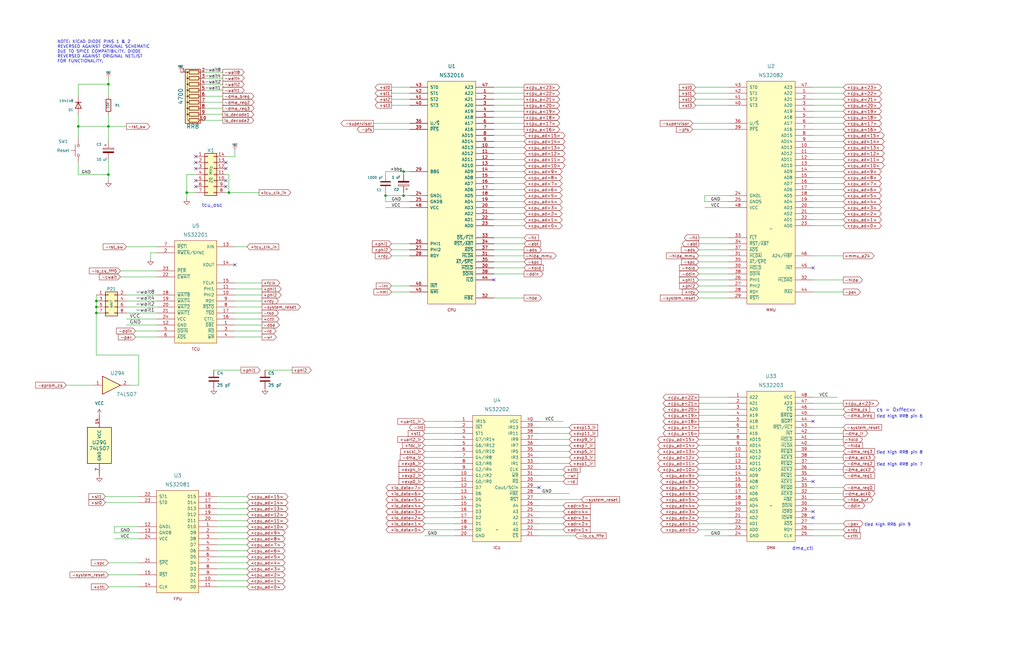
<source format=kicad_sch>
(kicad_sch (version 20211123) (generator eeschema)
  (paper "B")
  (title_block (date "4 feb 2016"))
  (lib_symbols
    (symbol "74xx:74LS07" (pin_names (offset 1.016))
      (property "Reference" "U" (at 0 1.27 0))
      (property "Value" "74LS07" (at 0 -1.27 0))
      (symbol "74LS07_1_0"
        (pin input line (at -7.62 0 0) (length 3.81) (name "~") (number "1"))
        (pin open_collector line (at 7.62 0 180) (length 3.81) (name "~") (number "2"))
      )
      (symbol "74LS07_2_0"
        (pin input line (at -7.62 0 0) (length 3.81) (name "~") (number "3"))
        (pin open_collector line (at 7.62 0 180) (length 3.81) (name "~") (number "4"))
      )
      (symbol "74LS07_3_0"
        (pin input line (at -7.62 0 0) (length 3.81) (name "~") (number "5"))
        (pin open_collector line (at 7.62 0 180) (length 3.81) (name "~") (number "6"))
      )
      (symbol "74LS07_4_0"
        (pin open_collector line (at 7.62 0 180) (length 3.81) (name "~") (number "8"))
        (pin input line (at -7.62 0 0) (length 3.81) (name "~") (number "9"))
      )
      (symbol "74LS07_5_0"
        (pin open_collector line (at 7.62 0 180) (length 3.81) (name "~") (number "10"))
        (pin input line (at -7.62 0 0) (length 3.81) (name "~") (number "11"))
      )
      (symbol "74LS07_6_0"
        (pin open_collector line (at 7.62 0 180) (length 3.81) (name "~") (number "12"))
        (pin input line (at -7.62 0 0) (length 3.81) (name "~") (number "13"))
      )
      (symbol "74LS07_7_0"
        (pin power_in line (at 0 12.7 270) (length 5.08) (name "VCC") (number "14"))
        (pin power_in line (at 0 -12.7 90) (length 5.08) (name "GND") (number "7"))
      )
    )
    (symbol "Connector_Generic:Conn_02x04_Odd_Even" (pin_names (offset 1.016) hide)
      (property "Reference" "J" (at 1.27 5.08 0))
      (property "Value" "Conn_02x04_Odd_Even" (at 1.27 -7.62 0))
      (symbol "Conn_02x04_Odd_Even_1_1"
        (pin passive line (at -5.08 2.54 0) (length 3.81) (name "Pin_1") (number "1"))
        (pin passive line (at 7.62 2.54 180) (length 3.81) (name "Pin_2") (number "2"))
        (pin passive line (at -5.08 0 0) (length 3.81) (name "Pin_3") (number "3"))
        (pin passive line (at 7.62 0 180) (length 3.81) (name "Pin_4") (number "4"))
        (pin passive line (at -5.08 -2.54 0) (length 3.81) (name "Pin_5") (number "5"))
        (pin passive line (at 7.62 -2.54 180) (length 3.81) (name "Pin_6") (number "6"))
        (pin passive line (at -5.08 -5.08 0) (length 3.81) (name "Pin_7") (number "7"))
        (pin passive line (at 7.62 -5.08 180) (length 3.81) (name "Pin_8") (number "8"))
      )
    )
    (symbol "Connector_Generic:Conn_02x07_Counter_Clockwise" (pin_names (offset 1.016) hide)
      (property "Reference" "J" (at 1.27 10.16 0))
      (property "Value" "Conn_02x07_Counter_Clockwise" (at 1.27 -10.16 0))
      (symbol "Conn_02x07_Counter_Clockwise_1_1"
        (pin passive line (at -5.08 7.62 0) (length 3.81) (name "Pin_1") (number "1"))
        (pin passive line (at 7.62 -2.54 180) (length 3.81) (name "Pin_10") (number "10"))
        (pin passive line (at 7.62 0 180) (length 3.81) (name "Pin_11") (number "11"))
        (pin passive line (at 7.62 2.54 180) (length 3.81) (name "Pin_12") (number "12"))
        (pin passive line (at 7.62 5.08 180) (length 3.81) (name "Pin_13") (number "13"))
        (pin passive line (at 7.62 7.62 180) (length 3.81) (name "Pin_14") (number "14"))
        (pin passive line (at -5.08 5.08 0) (length 3.81) (name "Pin_2") (number "2"))
        (pin passive line (at -5.08 2.54 0) (length 3.81) (name "Pin_3") (number "3"))
        (pin passive line (at -5.08 0 0) (length 3.81) (name "Pin_4") (number "4"))
        (pin passive line (at -5.08 -2.54 0) (length 3.81) (name "Pin_5") (number "5"))
        (pin passive line (at -5.08 -5.08 0) (length 3.81) (name "Pin_6") (number "6"))
        (pin passive line (at -5.08 -7.62 0) (length 3.81) (name "Pin_7") (number "7"))
        (pin passive line (at 7.62 -7.62 180) (length 3.81) (name "Pin_8") (number "8"))
        (pin passive line (at 7.62 -5.08 180) (length 3.81) (name "Pin_9") (number "9"))
      )
    )
    (symbol "Device:C" (pin_numbers hide) (pin_names (offset 0.254))
      (property "Reference" "C" (at 0.635 2.54 0))
      (property "Value" "C" (at 0.635 -2.54 0))
      (symbol "C_1_1"
        (pin passive line (at 0 3.81 270) (length 2.794) (name "~") (number "1"))
        (pin passive line (at 0 -3.81 90) (length 2.794) (name "~") (number "2"))
      )
    )
    (symbol "Device:C_Polarized" (pin_numbers hide) (pin_names (offset 0.254))
      (property "Reference" "C" (at 0.635 2.54 0))
      (property "Value" "C_Polarized" (at 0.635 -2.54 0))
      (symbol "C_Polarized_1_1"
        (pin passive line (at 0 3.81 270) (length 2.794) (name "~") (number "1"))
        (pin passive line (at 0 -3.81 90) (length 2.794) (name "~") (number "2"))
      )
    )
    (symbol "Device:D" (pin_numbers hide) (pin_names (offset 1.016) hide)
      (property "Reference" "D" (at 0 2.54 0))
      (property "Value" "D" (at 0 -2.54 0))
      (symbol "D_1_1"
        (pin passive line (at -3.81 0 0) (length 2.54) (name "K") (number "1"))
        (pin passive line (at 3.81 0 180) (length 2.54) (name "A") (number "2"))
      )
    )
    (symbol "Device:R" (pin_numbers hide) (pin_names (offset 0))
      (property "Reference" "R" (at 2.032 0 90))
      (property "Value" "R" (at 0 0 90))
      (symbol "R_1_1"
        (pin passive line (at 0 3.81 270) (length 1.27) (name "~") (number "1"))
        (pin passive line (at 0 -3.81 90) (length 1.27) (name "~") (number "2"))
      )
    )
    (symbol "Device:R_Network09" (pin_names (offset 0) hide)
      (property "Reference" "RN" (at -12.7 0 90))
      (property "Value" "R_Network09" (at 12.7 0 90))
      (symbol "R_Network09_1_1"
        (pin passive line (at -10.16 5.08 270) (length 2.54) (name "common") (number "1"))
        (pin passive line (at 10.16 -5.08 90) (length 1.27) (name "R9") (number "10"))
        (pin passive line (at -10.16 -5.08 90) (length 1.27) (name "R1") (number "2"))
        (pin passive line (at -7.62 -5.08 90) (length 1.27) (name "R2") (number "3"))
        (pin passive line (at -5.08 -5.08 90) (length 1.27) (name "R3") (number "4"))
        (pin passive line (at -2.54 -5.08 90) (length 1.27) (name "R4") (number "5"))
        (pin passive line (at 0 -5.08 90) (length 1.27) (name "R5") (number "6"))
        (pin passive line (at 2.54 -5.08 90) (length 1.27) (name "R6") (number "7"))
        (pin passive line (at 5.08 -5.08 90) (length 1.27) (name "R7") (number "8"))
        (pin passive line (at 7.62 -5.08 90) (length 1.27) (name "R8") (number "9"))
      )
    )
    (symbol "NS_32k:NS32016" (pin_names (offset 1.016))
      (property "Reference" "U" (at 0 49.53 0))
      (property "Value" "NS32016" (at 0 45.72 0))
      (symbol "NS32016_0_0"
        (text "CPU" (at 0 -53.34 0) (effects (font (size 1.1938 1.1938))))
      )
      (symbol "NS32016_1_1"
        (pin bidirectional line (at 17.78 38.1 180) (length 7.62) (name "A22") (number "1"))
        (pin bidirectional line (at 17.78 15.24 180) (length 7.62) (name "AD13") (number "10"))
        (pin bidirectional line (at 17.78 12.7 180) (length 7.62) (name "AD12") (number "11"))
        (pin bidirectional line (at 17.78 10.16 180) (length 7.62) (name "AD11") (number "12"))
        (pin bidirectional line (at 17.78 7.62 180) (length 7.62) (name "AD10") (number "13"))
        (pin bidirectional line (at 17.78 5.08 180) (length 7.62) (name "AD9") (number "14"))
        (pin bidirectional line (at 17.78 2.54 180) (length 7.62) (name "AD8") (number "15"))
        (pin bidirectional line (at 17.78 0 180) (length 7.62) (name "AD7") (number "16"))
        (pin bidirectional line (at 17.78 -2.54 180) (length 7.62) (name "AD6") (number "17"))
        (pin bidirectional line (at 17.78 -5.08 180) (length 7.62) (name "AD5") (number "18"))
        (pin bidirectional line (at 17.78 -7.62 180) (length 7.62) (name "AD4") (number "19"))
        (pin bidirectional line (at 17.78 35.56 180) (length 7.62) (name "A21") (number "2"))
        (pin bidirectional line (at 17.78 -10.16 180) (length 7.62) (name "AD3") (number "20"))
        (pin bidirectional line (at 17.78 -12.7 180) (length 7.62) (name "AD2") (number "21"))
        (pin bidirectional line (at 17.78 -15.24 180) (length 7.62) (name "AD1") (number "22"))
        (pin bidirectional line (at 17.78 -17.78 180) (length 7.62) (name "AD0") (number "23"))
        (pin power_in line (at -17.78 -5.08 0) (length 7.62) (name "GNDL") (number "24"))
        (pin power_in line (at -17.78 -7.62 0) (length 7.62) (name "GNDB") (number "25"))
        (pin input line (at -17.78 -25.4 0) (length 7.62) (name "PHI1") (number "26"))
        (pin input line (at -17.78 -27.94 0) (length 7.62) (name "PHI2") (number "27"))
        (pin input line (at -17.78 -30.48 0) (length 7.62) (name "RDY") (number "28"))
        (pin power_out line (at -17.78 5.08 0) (length 7.62) (name "BBG") (number "29"))
        (pin bidirectional line (at 17.78 33.02 180) (length 7.62) (name "A20") (number "3"))
        (pin input line (at 17.78 -35.56 180) (length 7.62) (name "~{HOLD}") (number "30"))
        (pin output line (at 17.78 -30.48 180) (length 7.62) (name "~{HLDA}") (number "31"))
        (pin output line (at 17.78 -48.26 180) (length 7.62) (name "~{HBE}") (number "32"))
        (pin bidirectional line (at 17.78 -22.86 180) (length 7.62) (name "~{DS}/~{FLT}") (number "33"))
        (pin input line (at 17.78 -25.4 180) (length 7.62) (name "~{RST}/~{ABT}") (number "34"))
        (pin bidirectional line (at 17.78 -33.02 180) (length 7.62) (name "~{AT}/~{SPC}") (number "35"))
        (pin output line (at -17.78 25.4 0) (length 7.62) (name "U/~{S}") (number "36"))
        (pin output line (at 17.78 -27.94 180) (length 7.62) (name "~{ADS}") (number "37"))
        (pin output line (at 17.78 -38.1 180) (length 7.62) (name "~{DDIN}") (number "38"))
        (pin output line (at -17.78 22.86 0) (length 7.62) (name "~{PFS}") (number "39"))
        (pin bidirectional line (at 17.78 30.48 180) (length 7.62) (name "A19") (number "4"))
        (pin output line (at -17.78 33.02 0) (length 7.62) (name "ST3") (number "40"))
        (pin output line (at -17.78 35.56 0) (length 7.62) (name "ST2") (number "41"))
        (pin output line (at -17.78 38.1 0) (length 7.62) (name "ST1") (number "42"))
        (pin output line (at -17.78 40.64 0) (length 7.62) (name "ST0") (number "43"))
        (pin output line (at 17.78 -40.64 180) (length 7.62) (name "~{ILO}") (number "44"))
        (pin input line (at -17.78 -45.72 0) (length 7.62) (name "~{NMI}") (number "45"))
        (pin input line (at -17.78 -43.18 0) (length 7.62) (name "~{INT}") (number "46"))
        (pin bidirectional line (at 17.78 40.64 180) (length 7.62) (name "A23") (number "47"))
        (pin power_in line (at -17.78 -10.16 0) (length 7.62) (name "VCC") (number "48"))
        (pin bidirectional line (at 17.78 27.94 180) (length 7.62) (name "A18") (number "5"))
        (pin bidirectional line (at 17.78 25.4 180) (length 7.62) (name "A17") (number "6"))
        (pin bidirectional line (at 17.78 22.86 180) (length 7.62) (name "A16") (number "7"))
        (pin bidirectional line (at 17.78 20.32 180) (length 7.62) (name "AD15") (number "8"))
        (pin bidirectional line (at 17.78 17.78 180) (length 7.62) (name "AD14") (number "9"))
      )
    )
    (symbol "NS_32k:NS32081" (pin_names (offset 1.016))
      (property "Reference" "U" (at 0 22.86 0))
      (property "Value" "NS32081" (at 0 19.05 0))
      (symbol "NS32081_0_0"
        (text "FPU" (at 0 -29.21 0) (effects (font (size 1.1938 1.1938))))
      )
      (symbol "NS32081_1_1"
        (pin bidirectional line (at 16.51 1.27 180) (length 7.62) (name "D10") (number "1"))
        (pin bidirectional line (at 16.51 -21.59 180) (length 7.62) (name "D1") (number "10"))
        (pin bidirectional line (at 16.51 -24.13 180) (length 7.62) (name "D0") (number "11"))
        (pin power_in line (at -16.51 1.27 0) (length 7.62) (name "GNDL") (number "12"))
        (pin power_in line (at -16.51 -1.27 0) (length 7.62) (name "GNDB") (number "13"))
        (pin input line (at -16.51 -24.13 0) (length 7.62) (name "CLK") (number "14"))
        (pin input line (at -16.51 -19.05 0) (length 7.62) (name "~{RST}") (number "15"))
        (pin bidirectional line (at 16.51 13.97 180) (length 7.62) (name "D15") (number "16"))
        (pin bidirectional line (at 16.51 11.43 180) (length 7.62) (name "D14") (number "17"))
        (pin bidirectional line (at 16.51 8.89 180) (length 7.62) (name "D13") (number "18"))
        (pin bidirectional line (at 16.51 6.35 180) (length 7.62) (name "D12") (number "19"))
        (pin bidirectional line (at 16.51 -1.27 180) (length 7.62) (name "D9") (number "2"))
        (pin bidirectional line (at 16.51 3.81 180) (length 7.62) (name "D11") (number "20"))
        (pin bidirectional line (at -16.51 -13.97 0) (length 7.62) (name "~{SPC}") (number "21"))
        (pin input line (at -16.51 13.97 0) (length 7.62) (name "ST1") (number "22"))
        (pin input line (at -16.51 11.43 0) (length 7.62) (name "ST0") (number "23"))
        (pin power_in line (at -16.51 -3.81 0) (length 7.62) (name "VCC") (number "24"))
        (pin bidirectional line (at 16.51 -3.81 180) (length 7.62) (name "D8") (number "3"))
        (pin bidirectional line (at 16.51 -6.35 180) (length 7.62) (name "D7") (number "4"))
        (pin bidirectional line (at 16.51 -8.89 180) (length 7.62) (name "D6") (number "5"))
        (pin bidirectional line (at 16.51 -11.43 180) (length 7.62) (name "D5") (number "6"))
        (pin bidirectional line (at 16.51 -13.97 180) (length 7.62) (name "D4") (number "7"))
        (pin bidirectional line (at 16.51 -16.51 180) (length 7.62) (name "D3") (number "8"))
        (pin bidirectional line (at 16.51 -19.05 180) (length 7.62) (name "D2") (number "9"))
      )
    )
    (symbol "NS_32k:NS32082" (pin_names (offset 1.016))
      (property "Reference" "U" (at 0 52.07 0))
      (property "Value" "NS32082" (at 0 48.26 0))
      (symbol "NS32082_0_0"
        (text "MMU" (at 0 -50.8 0) (effects (font (size 1.1938 1.1938))))
      )
      (symbol "NS32082_1_1"
        (pin bidirectional line (at 17.78 40.64 180) (length 7.62) (name "A22") (number "1"))
        (pin bidirectional line (at 17.78 17.78 180) (length 7.62) (name "AD13") (number "10"))
        (pin bidirectional line (at 17.78 15.24 180) (length 7.62) (name "AD12") (number "11"))
        (pin bidirectional line (at 17.78 12.7 180) (length 7.62) (name "AD11") (number "12"))
        (pin bidirectional line (at 17.78 10.16 180) (length 7.62) (name "AD10") (number "13"))
        (pin bidirectional line (at 17.78 7.62 180) (length 7.62) (name "AD9") (number "14"))
        (pin bidirectional line (at 17.78 5.08 180) (length 7.62) (name "AD8") (number "15"))
        (pin bidirectional line (at 17.78 2.54 180) (length 7.62) (name "AD7") (number "16"))
        (pin bidirectional line (at 17.78 0 180) (length 7.62) (name "AD6") (number "17"))
        (pin bidirectional line (at 17.78 -2.54 180) (length 7.62) (name "AD5") (number "18"))
        (pin bidirectional line (at 17.78 -5.08 180) (length 7.62) (name "AD4") (number "19"))
        (pin bidirectional line (at 17.78 38.1 180) (length 7.62) (name "A21") (number "2"))
        (pin bidirectional line (at 17.78 -7.62 180) (length 7.62) (name "AD3") (number "20"))
        (pin bidirectional line (at 17.78 -10.16 180) (length 7.62) (name "AD2") (number "21"))
        (pin bidirectional line (at 17.78 -12.7 180) (length 7.62) (name "AD1") (number "22"))
        (pin bidirectional line (at 17.78 -15.24 180) (length 7.62) (name "AD0") (number "23"))
        (pin power_in line (at -17.78 -2.54 0) (length 7.62) (name "GNDL") (number "24"))
        (pin power_in line (at -17.78 -5.08 0) (length 7.62) (name "GNDS") (number "25"))
        (pin input line (at -17.78 -38.1 0) (length 7.62) (name "PHI1") (number "26"))
        (pin input line (at -17.78 -40.64 0) (length 7.62) (name "PHI2") (number "27"))
        (pin input line (at -17.78 -43.18 0) (length 7.62) (name "RDY") (number "28"))
        (pin input line (at -17.78 -45.72 0) (length 7.62) (name "~{RSTI}") (number "29"))
        (pin bidirectional line (at 17.78 35.56 180) (length 7.62) (name "A20") (number "3"))
        (pin input line (at -17.78 -33.02 0) (length 7.62) (name "~{HOLD}") (number "30"))
        (pin input line (at -17.78 -27.94 0) (length 7.62) (name "~{HLDAI}") (number "31"))
        (pin output line (at 17.78 -38.1 180) (length 7.62) (name "~{HLDAO}") (number "32"))
        (pin output line (at -17.78 -20.32 0) (length 7.62) (name "~{FLT}") (number "33"))
        (pin output line (at -17.78 -22.86 0) (length 7.62) (name "~{RST}/~{ABT}") (number "34"))
        (pin bidirectional line (at -17.78 -30.48 0) (length 7.62) (name "~{AT}/~{SPC}") (number "35"))
        (pin input line (at -17.78 27.94 0) (length 7.62) (name "U/~{S}") (number "36"))
        (pin input line (at -17.78 -25.4 0) (length 7.62) (name "~{ADS}") (number "37"))
        (pin bidirectional line (at -17.78 -35.56 0) (length 7.62) (name "~{DDIN}") (number "38"))
        (pin input line (at -17.78 25.4 0) (length 7.62) (name "~{PFS}") (number "39"))
        (pin bidirectional line (at 17.78 33.02 180) (length 7.62) (name "A19") (number "4"))
        (pin input line (at -17.78 35.56 0) (length 7.62) (name "ST3") (number "40"))
        (pin input line (at -17.78 38.1 0) (length 7.62) (name "ST2") (number "41"))
        (pin input line (at -17.78 40.64 0) (length 7.62) (name "ST1") (number "42"))
        (pin input line (at -17.78 43.18 0) (length 7.62) (name "ST0") (number "43"))
        (pin output line (at 17.78 -43.18 180) (length 7.62) (name "~{PAV}") (number "44"))
        (pin output line (at 17.78 -33.02 180) (length 7.62) (name "~{INT}") (number "45"))
        (pin bidirectional line (at 17.78 -27.94 180) (length 7.62) (name "A24/~{HBF}") (number "46"))
        (pin bidirectional line (at 17.78 43.18 180) (length 7.62) (name "A23") (number "47"))
        (pin power_in line (at -17.78 -7.62 0) (length 7.62) (name "VCC") (number "48"))
        (pin bidirectional line (at 17.78 30.48 180) (length 7.62) (name "A18") (number "5"))
        (pin bidirectional line (at 17.78 27.94 180) (length 7.62) (name "A17") (number "6"))
        (pin bidirectional line (at 17.78 25.4 180) (length 7.62) (name "A16") (number "7"))
        (pin bidirectional line (at 17.78 22.86 180) (length 7.62) (name "AD15") (number "8"))
        (pin bidirectional line (at 17.78 20.32 180) (length 7.62) (name "AD14") (number "9"))
      )
    )
    (symbol "NS_32k:NS32201" (pin_names (offset 1.016))
      (property "Reference" "U" (at 0 22.86 0))
      (property "Value" "NS32201" (at 0 19.05 0))
      (symbol "NS32201_0_0"
        (text "TCU" (at 0 -29.21 0) (effects (font (size 1.1938 1.1938))))
      )
      (symbol "NS32201_1_1"
        (pin output line (at 16.51 -19.05 180) (length 7.62) (name "~{DBE}") (number "1"))
        (pin output line (at 16.51 -6.35 180) (length 7.62) (name "PHI2") (number "10"))
        (pin output line (at 16.51 -3.81 180) (length 7.62) (name "PHI1") (number "11"))
        (pin power_in line (at -16.51 -19.05 0) (length 7.62) (name "GND") (number "12"))
        (pin input line (at 16.51 13.97 180) (length 7.62) (name "XIN") (number "13"))
        (pin output line (at 16.51 6.35 180) (length 7.62) (name "XOUT") (number "14"))
        (pin output line (at 16.51 -1.27 180) (length 7.62) (name "FCLK") (number "15"))
        (pin output line (at 16.51 -16.51 180) (length 7.62) (name "CTTL") (number "16"))
        (pin output line (at 16.51 -13.97 180) (length 7.62) (name "~{TSO}") (number "17"))
        (pin input line (at -16.51 -6.35 0) (length 7.62) (name "~{WAIT8}") (number "18"))
        (pin input line (at -16.51 -8.89 0) (length 7.62) (name "~{WAIT4}") (number "19"))
        (pin input line (at -16.51 11.43 0) (length 7.62) (name "~{RWEN}/SYNC") (number "2"))
        (pin input line (at -16.51 -11.43 0) (length 7.62) (name "~{WAIT2}") (number "20"))
        (pin input line (at -16.51 -13.97 0) (length 7.62) (name "~{WAIT1}") (number "21"))
        (pin input line (at -16.51 1.27 0) (length 7.62) (name "~{CWAIT}") (number "22"))
        (pin input line (at -16.51 3.81 0) (length 7.62) (name "~{PER}") (number "23"))
        (pin power_in line (at -16.51 -16.51 0) (length 7.62) (name "VCC") (number "24"))
        (pin output line (at 16.51 -21.59 180) (length 7.62) (name "~{RD}") (number "3"))
        (pin output line (at 16.51 -24.13 180) (length 7.62) (name "~{WR}") (number "4"))
        (pin input line (at -16.51 -21.59 0) (length 7.62) (name "~{DDIN}") (number "5"))
        (pin input line (at -16.51 -24.13 0) (length 7.62) (name "~{ADS}") (number "6"))
        (pin input line (at -16.51 13.97 0) (length 7.62) (name "~{RSTI}") (number "7"))
        (pin output line (at 16.51 -11.43 180) (length 7.62) (name "~{RSTO}") (number "8"))
        (pin output line (at 16.51 -8.89 180) (length 7.62) (name "RDY") (number "9"))
      )
    )
    (symbol "NS_32k:NS32202" (pin_names (offset 1.016))
      (property "Reference" "U" (at 0 38.1 0))
      (property "Value" "NS32202" (at 0 34.29 0))
      (symbol "NS32202_0_0"
        (text "ICU" (at 0 -24.13 0) (effects (font (size 1.1938 1.1938))))
      )
      (symbol "NS32202_1_1"
        (pin input line (at -17.78 29.21 0) (length 7.62) (name "IR15") (number "1"))
        (pin bidirectional line (at -17.78 6.35 0) (length 7.62) (name "G1/IR2") (number "10"))
        (pin bidirectional line (at -17.78 3.81 0) (length 7.62) (name "G0/IR0") (number "11"))
        (pin bidirectional line (at -17.78 1.27 0) (length 7.62) (name "D7") (number "12"))
        (pin bidirectional line (at -17.78 -1.27 0) (length 7.62) (name "D6") (number "13"))
        (pin bidirectional line (at -17.78 -3.81 0) (length 7.62) (name "D5") (number "14"))
        (pin bidirectional line (at -17.78 -6.35 0) (length 7.62) (name "D4") (number "15"))
        (pin bidirectional line (at -17.78 -8.89 0) (length 7.62) (name "D3") (number "16"))
        (pin bidirectional line (at -17.78 -11.43 0) (length 7.62) (name "D2") (number "17"))
        (pin bidirectional line (at -17.78 -13.97 0) (length 7.62) (name "D1") (number "18"))
        (pin bidirectional line (at -17.78 -16.51 0) (length 7.62) (name "D0") (number "19"))
        (pin output line (at -17.78 26.67 0) (length 7.62) (name "~{INT}") (number "2"))
        (pin power_in line (at -17.78 -19.05 0) (length 7.62) (name "GND") (number "20"))
        (pin input line (at 17.78 -19.05 180) (length 7.62) (name "~{CS}") (number "21"))
        (pin input line (at 17.78 -16.51 180) (length 7.62) (name "A0") (number "22"))
        (pin input line (at 17.78 -13.97 180) (length 7.62) (name "A1") (number "23"))
        (pin input line (at 17.78 -11.43 180) (length 7.62) (name "A2") (number "24"))
        (pin input line (at 17.78 -8.89 180) (length 7.62) (name "A3") (number "25"))
        (pin input line (at 17.78 -6.35 180) (length 7.62) (name "A4") (number "26"))
        (pin input line (at 17.78 -3.81 180) (length 7.62) (name "~{RST}") (number "27"))
        (pin input line (at 17.78 -1.27 180) (length 7.62) (name "~{HBE}") (number "28"))
        (pin bidirectional line (at 17.78 1.27 180) (length 7.62) (name "Cout/SCin") (number "29"))
        (pin input line (at -17.78 24.13 0) (length 7.62) (name "ST1") (number "3"))
        (pin input line (at 17.78 3.81 180) (length 7.62) (name "~{RD}") (number "30"))
        (pin input line (at 17.78 6.35 180) (length 7.62) (name "~{WR}") (number "31"))
        (pin input line (at 17.78 8.89 180) (length 7.62) (name "CLK") (number "32"))
        (pin input line (at 17.78 11.43 180) (length 7.62) (name "IR1") (number "33"))
        (pin input line (at 17.78 13.97 180) (length 7.62) (name "IR3") (number "34"))
        (pin input line (at 17.78 16.51 180) (length 7.62) (name "IR5") (number "35"))
        (pin input line (at 17.78 19.05 180) (length 7.62) (name "IR7") (number "36"))
        (pin input line (at 17.78 21.59 180) (length 7.62) (name "IR9") (number "37"))
        (pin bidirectional line (at 17.78 24.13 180) (length 7.62) (name "IR11") (number "38"))
        (pin input line (at 17.78 26.67 180) (length 7.62) (name "IR13") (number "39"))
        (pin bidirectional line (at -17.78 21.59 0) (length 7.62) (name "G7/IR14") (number "4"))
        (pin power_in line (at 17.78 29.21 180) (length 7.62) (name "VCC") (number "40"))
        (pin bidirectional line (at -17.78 19.05 0) (length 7.62) (name "G6/IR12") (number "5"))
        (pin bidirectional line (at -17.78 16.51 0) (length 7.62) (name "G5/IR10") (number "6"))
        (pin bidirectional line (at -17.78 13.97 0) (length 7.62) (name "G4/IR8") (number "7"))
        (pin bidirectional line (at -17.78 11.43 0) (length 7.62) (name "G3/IR6") (number "8"))
        (pin bidirectional line (at -17.78 8.89 0) (length 7.62) (name "G2/IR4") (number "9"))
      )
    )
    (symbol "NS_32k:NS32203" (pin_names (offset 1.016))
      (property "Reference" "U" (at 0 38.1 0))
      (property "Value" "NS32203" (at 0 34.29 0))
      (symbol "NS32203_0_0"
        (text "DMA" (at 0 -34.29 0) (effects (font (size 1.1938 1.1938))))
      )
      (symbol "NS32203_1_1"
        (pin output line (at -17.78 29.21 0) (length 7.62) (name "A22") (number "1"))
        (pin bidirectional line (at -17.78 6.35 0) (length 7.62) (name "AD13") (number "10"))
        (pin bidirectional line (at -17.78 3.81 0) (length 7.62) (name "AD12") (number "11"))
        (pin bidirectional line (at -17.78 1.27 0) (length 7.62) (name "AD11") (number "12"))
        (pin bidirectional line (at -17.78 -1.27 0) (length 7.62) (name "AD10") (number "13"))
        (pin bidirectional line (at -17.78 -3.81 0) (length 7.62) (name "AD9") (number "14"))
        (pin bidirectional line (at -17.78 -6.35 0) (length 7.62) (name "AD8") (number "15"))
        (pin bidirectional line (at -17.78 -8.89 0) (length 7.62) (name "AD7") (number "16"))
        (pin bidirectional line (at -17.78 -11.43 0) (length 7.62) (name "AD6") (number "17"))
        (pin bidirectional line (at -17.78 -13.97 0) (length 7.62) (name "AD5") (number "18"))
        (pin bidirectional line (at -17.78 -16.51 0) (length 7.62) (name "AD4") (number "19"))
        (pin output line (at -17.78 26.67 0) (length 7.62) (name "A21") (number "2"))
        (pin bidirectional line (at -17.78 -19.05 0) (length 7.62) (name "AD3") (number "20"))
        (pin bidirectional line (at -17.78 -21.59 0) (length 7.62) (name "AD2") (number "21"))
        (pin bidirectional line (at -17.78 -24.13 0) (length 7.62) (name "AD1") (number "22"))
        (pin bidirectional line (at -17.78 -26.67 0) (length 7.62) (name "AD0") (number "23"))
        (pin power_in line (at -17.78 -29.21 0) (length 7.62) (name "GND") (number "24"))
        (pin input line (at 17.78 -29.21 180) (length 7.62) (name "CLK") (number "25"))
        (pin input line (at 17.78 -26.67 180) (length 7.62) (name "RDY") (number "26"))
        (pin bidirectional line (at 17.78 -24.13 180) (length 7.62) (name "~{ADS}") (number "27"))
        (pin output line (at 17.78 -21.59 180) (length 7.62) (name "~{IOWR}") (number "28"))
        (pin output line (at 17.78 -19.05 180) (length 7.62) (name "~{IORD}") (number "29"))
        (pin output line (at -17.78 24.13 0) (length 7.62) (name "A20") (number "3"))
        (pin bidirectional line (at 17.78 -16.51 180) (length 7.62) (name "~{DDIN}") (number "30"))
        (pin bidirectional line (at 17.78 -13.97 180) (length 7.62) (name "~{HBE}") (number "31"))
        (pin output line (at 17.78 -11.43 180) (length 7.62) (name "~{ACK0}") (number "32"))
        (pin input line (at 17.78 -8.89 180) (length 7.62) (name "~{REQ0}") (number "33"))
        (pin output line (at 17.78 -6.35 180) (length 7.62) (name "~{ACK1}") (number "34"))
        (pin input line (at 17.78 -3.81 180) (length 7.62) (name "~{REQ1}") (number "35"))
        (pin output line (at 17.78 -1.27 180) (length 7.62) (name "~{ACK2}") (number "36"))
        (pin input line (at 17.78 1.27 180) (length 7.62) (name "~{REQ2}") (number "37"))
        (pin output line (at 17.78 3.81 180) (length 7.62) (name "~{ACK3}") (number "38"))
        (pin input line (at 17.78 6.35 180) (length 7.62) (name "~{REQ3}") (number "39"))
        (pin output line (at -17.78 21.59 0) (length 7.62) (name "A19") (number "4"))
        (pin input line (at 17.78 8.89 180) (length 7.62) (name "~{HLDA}") (number "40"))
        (pin output line (at 17.78 11.43 180) (length 7.62) (name "~{HOLD}") (number "41"))
        (pin output line (at 17.78 13.97 180) (length 7.62) (name "~{INT}") (number "42"))
        (pin input line (at 17.78 16.51 180) (length 7.62) (name "~{RST}/~{HLT}") (number "43"))
        (pin output line (at 17.78 19.05 180) (length 7.62) (name "~{BGRT}") (number "44"))
        (pin input line (at 17.78 21.59 180) (length 7.62) (name "~{BREQ}") (number "45"))
        (pin input line (at 17.78 24.13 180) (length 7.62) (name "~{CS}") (number "46"))
        (pin output line (at 17.78 26.67 180) (length 7.62) (name "A23") (number "47"))
        (pin power_in line (at 17.78 29.21 180) (length 7.62) (name "VCC") (number "48"))
        (pin output line (at -17.78 19.05 0) (length 7.62) (name "A18") (number "5"))
        (pin output line (at -17.78 16.51 0) (length 7.62) (name "A17") (number "6"))
        (pin output line (at -17.78 13.97 0) (length 7.62) (name "A16") (number "7"))
        (pin bidirectional line (at -17.78 11.43 0) (length 7.62) (name "AD15") (number "8"))
        (pin bidirectional line (at -17.78 8.89 0) (length 7.62) (name "AD14") (number "9"))
      )
    )
    (symbol "Switch:SW_Push" (pin_numbers hide) (pin_names (offset 1.016) hide)
      (property "Reference" "SW" (at 1.27 2.54 0))
      (property "Value" "SW_Push" (at 0 -1.524 0))
      (symbol "SW_Push_0_1"
        (pin passive line (at -5.08 0 0) (length 2.54) (name "1") (number "1"))
        (pin passive line (at 5.08 0 180) (length 2.54) (name "2") (number "2"))
      )
    )
    (symbol "power:GND" (power) (pin_names (offset 0))
      (property "Value" "GND" (at 0 -3.81 0))
      (symbol "GND_1_1"
        (pin power_in line (at 0 0 270) (length 0) hide (name "GND") (number "1"))
      )
    )
    (symbol "power:VCC" (power) (pin_names (offset 0))
      (property "Value" "VCC" (at 0 3.81 0))
      (symbol "VCC_1_1"
        (pin power_in line (at 0 0 90) (length 0) hide (name "VCC") (number "1"))
      )
    )
  )
  (junction (at 40.64 127))
  (junction (at 45.72 35.56))
  (junction (at 170.18 72.39))
  (junction (at 45.72 73.66))
  (junction (at 40.64 132.08))
  (junction (at 40.64 129.54))
  (junction (at 170.18 82.55))
  (junction (at 96.52 81.28))
  (junction (at 162.56 82.55))
  (junction (at 33.02 53.34))
  (junction (at 78.74 81.28))
  (junction (at 45.72 53.34))
  (no_connect (at 99.06 111.76))
  (no_connect (at 342.9 218.44))
  (no_connect (at 82.55 66.04))
  (no_connect (at 82.55 76.2))
  (no_connect (at 342.9 203.2))
  (no_connect (at 82.55 78.74))
  (no_connect (at 227.33 205.74))
  (no_connect (at 95.25 68.58))
  (no_connect (at 95.25 78.74))
  (no_connect (at 342.9 215.9))
  (no_connect (at 95.25 76.2))
  (no_connect (at 82.55 71.12))
  (no_connect (at 342.9 113.03))
  (no_connect (at 82.55 68.58))
  (no_connect (at 342.9 177.8))
  (no_connect (at 95.25 71.12))
  (no_connect (at 208.28 118.11))
  (wire (pts (xy 307.34 54.61) (xy 292.1 54.61)))
  (wire (pts (xy 227.33 182.88) (xy 240.03 182.88)))
  (wire (pts (xy 58.42 237.49) (xy 45.72 237.49)))
  (wire (pts (xy 208.28 110.49) (xy 220.98 110.49)))
  (wire (pts (xy 91.44 214.63) (xy 104.14 214.63)))
  (wire (pts (xy 99.06 139.7) (xy 110.49 139.7)))
  (wire (pts (xy 91.44 209.55) (xy 104.14 209.55)))
  (wire (pts (xy 208.28 107.95) (xy 220.98 107.95)))
  (wire (pts (xy 227.33 213.36) (xy 237.49 213.36)))
  (wire (pts (xy 342.9 90.17) (xy 355.6 90.17)))
  (wire (pts (xy 191.77 190.5) (xy 179.07 190.5)))
  (wire (pts (xy 208.28 82.55) (xy 220.98 82.55)))
  (wire (pts (xy 91.44 240.03) (xy 104.14 240.03)))
  (wire (pts (xy 208.28 36.83) (xy 220.98 36.83)))
  (wire (pts (xy 63.5 106.68) (xy 63.5 109.22)))
  (wire (pts (xy 45.72 53.34) (xy 45.72 59.69)))
  (wire (pts (xy 91.44 219.71) (xy 104.14 219.71)))
  (wire (pts (xy 294.64 120.65) (xy 307.34 120.65)))
  (wire (pts (xy 191.77 198.12) (xy 179.07 198.12)))
  (wire (pts (xy 208.28 67.31) (xy 220.98 67.31)))
  (wire (pts (xy 53.34 134.62) (xy 66.04 134.62)))
  (wire (pts (xy 191.77 215.9) (xy 179.07 215.9)))
  (wire (pts (xy 93.98 33.02) (xy 86.36 33.02)))
  (wire (pts (xy 227.33 187.96) (xy 240.03 187.96)))
  (wire (pts (xy 86.36 40.64) (xy 93.98 40.64)))
  (wire (pts (xy 307.34 44.45) (xy 293.37 44.45)))
  (wire (pts (xy 342.9 46.99) (xy 355.6 46.99)))
  (wire (pts (xy 162.56 85.09) (xy 162.56 82.55)))
  (wire (pts (xy 58.42 227.33) (xy 48.26 227.33)))
  (wire (pts (xy 342.9 52.07) (xy 355.6 52.07)))
  (wire (pts (xy 307.34 190.5) (xy 294.64 190.5)))
  (wire (pts (xy 90.17 156.21) (xy 101.6 156.21)))
  (wire (pts (xy 172.72 41.91) (xy 165.1 41.91)))
  (wire (pts (xy 307.34 41.91) (xy 293.37 41.91)))
  (wire (pts (xy 307.34 215.9) (xy 294.64 215.9)))
  (wire (pts (xy 172.72 52.07) (xy 157.48 52.07)))
  (wire (pts (xy 91.44 242.57) (xy 104.14 242.57)))
  (wire (pts (xy 91.44 212.09) (xy 104.14 212.09)))
  (wire (pts (xy 307.34 36.83) (xy 293.37 36.83)))
  (wire (pts (xy 91.44 247.65) (xy 104.14 247.65)))
  (wire (pts (xy 86.36 48.26) (xy 93.98 48.26)))
  (wire (pts (xy 208.28 87.63) (xy 220.98 87.63)))
  (wire (pts (xy 191.77 218.44) (xy 179.07 218.44)))
  (wire (pts (xy 342.9 200.66) (xy 355.6 200.66)))
  (wire (pts (xy 208.28 52.07) (xy 220.98 52.07)))
  (wire (pts (xy 53.34 104.14) (xy 66.04 104.14)))
  (wire (pts (xy 307.34 226.06) (xy 297.18 226.06)))
  (wire (pts (xy 307.34 223.52) (xy 294.64 223.52)))
  (wire (pts (xy 191.77 213.36) (xy 179.07 213.36)))
  (wire (pts (xy 93.98 38.1) (xy 86.36 38.1)))
  (wire (pts (xy 307.34 203.2) (xy 294.64 203.2)))
  (wire (pts (xy 208.28 57.15) (xy 220.98 57.15)))
  (wire (pts (xy 307.34 213.36) (xy 294.64 213.36)))
  (wire (pts (xy 191.77 180.34) (xy 179.07 180.34)))
  (wire (pts (xy 307.34 177.8) (xy 294.64 177.8)))
  (wire (pts (xy 307.34 87.63) (xy 297.18 87.63)))
  (wire (pts (xy 66.04 114.3) (xy 50.8 114.3)))
  (wire (pts (xy 342.9 92.71) (xy 355.6 92.71)))
  (wire (pts (xy 54.61 162.56) (xy 58.42 162.56)))
  (wire (pts (xy 227.33 215.9) (xy 237.49 215.9)))
  (wire (pts (xy 58.42 149.86) (xy 58.42 162.56)))
  (wire (pts (xy 227.33 180.34) (xy 240.03 180.34)))
  (wire (pts (xy 66.04 106.68) (xy 63.5 106.68)))
  (wire (pts (xy 48.26 224.79) (xy 48.26 222.25)))
  (wire (pts (xy 78.74 81.28) (xy 78.74 83.82)))
  (wire (pts (xy 208.28 85.09) (xy 220.98 85.09)))
  (wire (pts (xy 58.42 242.57) (xy 45.72 242.57)))
  (wire (pts (xy 342.9 69.85) (xy 355.6 69.85)))
  (wire (pts (xy 191.77 195.58) (xy 179.07 195.58)))
  (wire (pts (xy 227.33 223.52) (xy 237.49 223.52)))
  (wire (pts (xy 165.1 107.95) (xy 172.72 107.95)))
  (wire (pts (xy 99.06 134.62) (xy 110.49 134.62)))
  (wire (pts (xy 96.52 81.28) (xy 109.22 81.28)))
  (wire (pts (xy 307.34 182.88) (xy 294.64 182.88)))
  (wire (pts (xy 307.34 187.96) (xy 294.64 187.96)))
  (wire (pts (xy 307.34 218.44) (xy 294.64 218.44)))
  (wire (pts (xy 170.18 81.28) (xy 170.18 82.55)))
  (wire (pts (xy 208.28 59.69) (xy 220.98 59.69)))
  (wire (pts (xy 342.9 118.11) (xy 355.6 118.11)))
  (wire (pts (xy 307.34 193.04) (xy 294.64 193.04)))
  (wire (pts (xy 342.9 107.95) (xy 355.6 107.95)))
  (wire (pts (xy 53.34 124.46) (xy 66.04 124.46)))
  (wire (pts (xy 208.28 64.77) (xy 220.98 64.77)))
  (wire (pts (xy 307.34 107.95) (xy 294.64 107.95)))
  (wire (pts (xy 91.44 245.11) (xy 104.14 245.11)))
  (wire (pts (xy 91.44 229.87) (xy 104.14 229.87)))
  (wire (pts (xy 342.9 72.39) (xy 355.6 72.39)))
  (wire (pts (xy 342.9 185.42) (xy 355.6 185.42)))
  (wire (pts (xy 227.33 200.66) (xy 237.49 200.66)))
  (wire (pts (xy 91.44 227.33) (xy 104.14 227.33)))
  (wire (pts (xy 342.9 67.31) (xy 355.6 67.31)))
  (wire (pts (xy 307.34 125.73) (xy 294.64 125.73)))
  (wire (pts (xy 208.28 41.91) (xy 220.98 41.91)))
  (wire (pts (xy 191.77 185.42) (xy 179.07 185.42)))
  (wire (pts (xy 40.64 132.08) (xy 40.64 149.86)))
  (wire (pts (xy 191.77 200.66) (xy 179.07 200.66)))
  (wire (pts (xy 208.28 113.03) (xy 220.98 113.03)))
  (wire (pts (xy 208.28 44.45) (xy 220.98 44.45)))
  (wire (pts (xy 342.9 82.55) (xy 355.6 82.55)))
  (wire (pts (xy 99.06 129.54) (xy 110.49 129.54)))
  (wire (pts (xy 307.34 175.26) (xy 294.64 175.26)))
  (wire (pts (xy 208.28 77.47) (xy 220.98 77.47)))
  (wire (pts (xy 208.28 105.41) (xy 220.98 105.41)))
  (wire (pts (xy 307.34 220.98) (xy 294.64 220.98)))
  (wire (pts (xy 91.44 217.17) (xy 104.14 217.17)))
  (wire (pts (xy 342.9 195.58) (xy 355.6 195.58)))
  (wire (pts (xy 58.42 224.79) (xy 48.26 224.79)))
  (wire (pts (xy 227.33 203.2) (xy 237.49 203.2)))
  (wire (pts (xy 227.33 218.44) (xy 237.49 218.44)))
  (wire (pts (xy 208.28 80.01) (xy 220.98 80.01)))
  (wire (pts (xy 307.34 110.49) (xy 294.64 110.49)))
  (wire (pts (xy 165.1 102.87) (xy 172.72 102.87)))
  (wire (pts (xy 99.06 142.24) (xy 110.49 142.24)))
  (wire (pts (xy 172.72 87.63) (xy 162.56 87.63)))
  (wire (pts (xy 191.77 205.74) (xy 179.07 205.74)))
  (wire (pts (xy 53.34 137.16) (xy 66.04 137.16)))
  (wire (pts (xy 307.34 167.64) (xy 294.64 167.64)))
  (wire (pts (xy 342.9 190.5) (xy 355.6 190.5)))
  (wire (pts (xy 33.02 73.66) (xy 45.72 73.66)))
  (wire (pts (xy 227.33 177.8) (xy 237.49 177.8)))
  (wire (pts (xy 307.34 185.42) (xy 294.64 185.42)))
  (wire (pts (xy 297.18 85.09) (xy 297.18 82.55)))
  (wire (pts (xy 99.06 66.04) (xy 99.06 63.5)))
  (wire (pts (xy 162.56 72.39) (xy 162.56 73.66)))
  (wire (pts (xy 191.77 177.8) (xy 179.07 177.8)))
  (wire (pts (xy 342.9 39.37) (xy 355.6 39.37)))
  (wire (pts (xy 227.33 193.04) (xy 240.03 193.04)))
  (wire (pts (xy 191.77 187.96) (xy 179.07 187.96)))
  (wire (pts (xy 307.34 52.07) (xy 292.1 52.07)))
  (wire (pts (xy 307.34 113.03) (xy 294.64 113.03)))
  (wire (pts (xy 172.72 44.45) (xy 165.1 44.45)))
  (wire (pts (xy 78.74 81.28) (xy 82.55 81.28)))
  (wire (pts (xy 307.34 210.82) (xy 294.64 210.82)))
  (wire (pts (xy 208.28 54.61) (xy 220.98 54.61)))
  (wire (pts (xy 294.64 118.11) (xy 307.34 118.11)))
  (wire (pts (xy 342.9 205.74) (xy 355.6 205.74)))
  (wire (pts (xy 342.9 198.12) (xy 355.6 198.12)))
  (wire (pts (xy 208.28 46.99) (xy 220.98 46.99)))
  (wire (pts (xy 342.9 77.47) (xy 355.6 77.47)))
  (wire (pts (xy 307.34 170.18) (xy 294.64 170.18)))
  (wire (pts (xy 172.72 123.19) (xy 165.1 123.19)))
  (wire (pts (xy 191.77 182.88) (xy 179.07 182.88)))
  (wire (pts (xy 170.18 72.39) (xy 170.18 73.66)))
  (wire (pts (xy 342.9 87.63) (xy 355.6 87.63)))
  (wire (pts (xy 342.9 172.72) (xy 355.6 172.72)))
  (wire (pts (xy 307.34 85.09) (xy 297.18 85.09)))
  (wire (pts (xy 227.33 198.12) (xy 237.49 198.12)))
  (wire (pts (xy 93.98 35.56) (xy 86.36 35.56)))
  (wire (pts (xy 91.44 237.49) (xy 104.14 237.49)))
  (wire (pts (xy 66.04 142.24) (xy 57.15 142.24)))
  (wire (pts (xy 86.36 50.8) (xy 93.98 50.8)))
  (wire (pts (xy 170.18 82.55) (xy 172.72 82.55)))
  (wire (pts (xy 227.33 210.82) (xy 245.11 210.82)))
  (wire (pts (xy 162.56 81.28) (xy 162.56 82.55)))
  (wire (pts (xy 40.64 124.46) (xy 40.64 127)))
  (wire (pts (xy 307.34 100.33) (xy 294.64 100.33)))
  (wire (pts (xy 342.9 175.26) (xy 355.6 175.26)))
  (wire (pts (xy 342.9 74.93) (xy 355.6 74.93)))
  (wire (pts (xy 342.9 193.04) (xy 355.6 193.04)))
  (wire (pts (xy 208.28 90.17) (xy 220.98 90.17)))
  (wire (pts (xy 45.72 33.02) (xy 45.72 35.56)))
  (wire (pts (xy 96.52 73.66) (xy 96.52 81.28)))
  (wire (pts (xy 40.64 149.86) (xy 58.42 149.86)))
  (wire (pts (xy 58.42 212.09) (xy 44.45 212.09)))
  (wire (pts (xy 227.33 185.42) (xy 240.03 185.42)))
  (wire (pts (xy 208.28 49.53) (xy 220.98 49.53)))
  (wire (pts (xy 342.9 41.91) (xy 355.6 41.91)))
  (wire (pts (xy 307.34 205.74) (xy 294.64 205.74)))
  (wire (pts (xy 227.33 220.98) (xy 237.49 220.98)))
  (wire (pts (xy 191.77 223.52) (xy 179.07 223.52)))
  (wire (pts (xy 91.44 232.41) (xy 104.14 232.41)))
  (wire (pts (xy 172.72 120.65) (xy 165.1 120.65)))
  (wire (pts (xy 53.34 129.54) (xy 66.04 129.54)))
  (wire (pts (xy 342.9 59.69) (xy 355.6 59.69)))
  (wire (pts (xy 40.64 129.54) (xy 40.64 132.08)))
  (wire (pts (xy 191.77 208.28) (xy 179.07 208.28)))
  (wire (pts (xy 342.9 180.34) (xy 355.6 180.34)))
  (wire (pts (xy 86.36 45.72) (xy 93.98 45.72)))
  (wire (pts (xy 191.77 226.06) (xy 179.07 226.06)))
  (wire (pts (xy 342.9 95.25) (xy 355.6 95.25)))
  (wire (pts (xy 45.72 53.34) (xy 53.34 53.34)))
  (wire (pts (xy 342.9 182.88) (xy 355.6 182.88)))
  (wire (pts (xy 342.9 208.28) (xy 355.6 208.28)))
  (wire (pts (xy 307.34 39.37) (xy 293.37 39.37)))
  (wire (pts (xy 208.28 62.23) (xy 220.98 62.23)))
  (wire (pts (xy 27.94 162.56) (xy 39.37 162.56)))
  (wire (pts (xy 91.44 222.25) (xy 104.14 222.25)))
  (wire (pts (xy 227.33 226.06) (xy 242.57 226.06)))
  (wire (pts (xy 172.72 36.83) (xy 165.1 36.83)))
  (wire (pts (xy 111.76 156.21) (xy 123.19 156.21)))
  (wire (pts (xy 45.72 48.26) (xy 45.72 53.34)))
  (wire (pts (xy 307.34 105.41) (xy 294.64 105.41)))
  (wire (pts (xy 307.34 195.58) (xy 294.64 195.58)))
  (wire (pts (xy 33.02 53.34) (xy 45.72 53.34)))
  (wire (pts (xy 33.02 53.34) (xy 33.02 58.42)))
  (wire (pts (xy 66.04 116.84) (xy 50.8 116.84)))
  (wire (pts (xy 191.77 203.2) (xy 179.07 203.2)))
  (wire (pts (xy 307.34 102.87) (xy 294.64 102.87)))
  (wire (pts (xy 307.34 115.57) (xy 294.64 115.57)))
  (wire (pts (xy 297.18 82.55) (xy 307.34 82.55)))
  (wire (pts (xy 170.18 72.39) (xy 172.72 72.39)))
  (wire (pts (xy 162.56 82.55) (xy 170.18 82.55)))
  (wire (pts (xy 162.56 72.39) (xy 170.18 72.39)))
  (wire (pts (xy 95.25 66.04) (xy 99.06 66.04)))
  (wire (pts (xy 191.77 193.04) (xy 179.07 193.04)))
  (wire (pts (xy 342.9 187.96) (xy 355.6 187.96)))
  (wire (pts (xy 58.42 247.65) (xy 45.72 247.65)))
  (wire (pts (xy 240.03 208.28) (xy 227.33 208.28)))
  (wire (pts (xy 208.28 39.37) (xy 220.98 39.37)))
  (wire (pts (xy 342.9 213.36) (xy 355.6 213.36)))
  (wire (pts (xy 45.72 67.31) (xy 45.72 73.66)))
  (wire (pts (xy 307.34 198.12) (xy 294.64 198.12)))
  (wire (pts (xy 208.28 92.71) (xy 220.98 92.71)))
  (wire (pts (xy 342.9 123.19) (xy 355.6 123.19)))
  (wire (pts (xy 99.06 119.38) (xy 110.49 119.38)))
  (wire (pts (xy 208.28 100.33) (xy 220.98 100.33)))
  (wire (pts (xy 33.02 35.56) (xy 33.02 40.64)))
  (wire (pts (xy 342.9 36.83) (xy 355.6 36.83)))
  (wire (pts (xy 99.06 124.46) (xy 110.49 124.46)))
  (wire (pts (xy 33.02 68.58) (xy 33.02 73.66)))
  (wire (pts (xy 208.28 69.85) (xy 220.98 69.85)))
  (wire (pts (xy 191.77 210.82) (xy 179.07 210.82)))
  (wire (pts (xy 342.9 170.18) (xy 355.6 170.18)))
  (wire (pts (xy 342.9 62.23) (xy 355.6 62.23)))
  (wire (pts (xy 307.34 208.28) (xy 294.64 208.28)))
  (wire (pts (xy 99.06 137.16) (xy 110.49 137.16)))
  (wire (pts (xy 53.34 132.08) (xy 66.04 132.08)))
  (wire (pts (xy 99.06 127) (xy 110.49 127)))
  (wire (pts (xy 342.9 64.77) (xy 355.6 64.77)))
  (wire (pts (xy 172.72 85.09) (xy 162.56 85.09)))
  (wire (pts (xy 208.28 74.93) (xy 220.98 74.93)))
  (wire (pts (xy 86.36 43.18) (xy 93.98 43.18)))
  (wire (pts (xy 294.64 123.19) (xy 307.34 123.19)))
  (wire (pts (xy 33.02 48.26) (xy 33.02 53.34)))
  (wire (pts (xy 342.9 220.98) (xy 355.6 220.98)))
  (wire (pts (xy 353.06 167.64) (xy 342.9 167.64)))
  (wire (pts (xy 45.72 73.66) (xy 45.72 76.2)))
  (wire (pts (xy 172.72 39.37) (xy 165.1 39.37)))
  (wire (pts (xy 78.74 73.66) (xy 78.74 81.28)))
  (wire (pts (xy 342.9 44.45) (xy 355.6 44.45)))
  (wire (pts (xy 342.9 210.82) (xy 355.6 210.82)))
  (wire (pts (xy 91.44 224.79) (xy 104.14 224.79)))
  (wire (pts (xy 227.33 190.5) (xy 240.03 190.5)))
  (wire (pts (xy 307.34 200.66) (xy 294.64 200.66)))
  (wire (pts (xy 307.34 180.34) (xy 294.64 180.34)))
  (wire (pts (xy 191.77 220.98) (xy 179.07 220.98)))
  (wire (pts (xy 45.72 35.56) (xy 45.72 40.64)))
  (wire (pts (xy 208.28 115.57) (xy 220.98 115.57)))
  (wire (pts (xy 53.34 127) (xy 66.04 127)))
  (wire (pts (xy 172.72 54.61) (xy 157.48 54.61)))
  (wire (pts (xy 342.9 54.61) (xy 355.6 54.61)))
  (wire (pts (xy 95.25 73.66) (xy 96.52 73.66)))
  (wire (pts (xy 355.6 223.52) (xy 342.9 223.52)))
  (wire (pts (xy 342.9 226.06) (xy 355.6 226.06)))
  (wire (pts (xy 208.28 125.73) (xy 220.98 125.73)))
  (wire (pts (xy 208.28 72.39) (xy 220.98 72.39)))
  (wire (pts (xy 208.28 102.87) (xy 220.98 102.87)))
  (wire (pts (xy 307.34 172.72) (xy 294.64 172.72)))
  (wire (pts (xy 99.06 121.92) (xy 110.49 121.92)))
  (wire (pts (xy 342.9 57.15) (xy 355.6 57.15)))
  (wire (pts (xy 342.9 49.53) (xy 355.6 49.53)))
  (wire (pts (xy 342.9 80.01) (xy 355.6 80.01)))
  (wire (pts (xy 342.9 85.09) (xy 355.6 85.09)))
  (wire (pts (xy 99.06 104.14) (xy 104.14 104.14)))
  (wire (pts (xy 40.64 127) (xy 40.64 129.54)))
  (wire (pts (xy 227.33 195.58) (xy 240.03 195.58)))
  (wire (pts (xy 58.42 209.55) (xy 44.45 209.55)))
  (wire (pts (xy 33.02 35.56) (xy 45.72 35.56)))
  (wire (pts (xy 91.44 234.95) (xy 104.14 234.95)))
  (wire (pts (xy 66.04 139.7) (xy 57.15 139.7)))
  (wire (pts (xy 48.26 222.25) (xy 58.42 222.25)))
  (wire (pts (xy 93.98 30.48) (xy 86.36 30.48)))
  (wire (pts (xy 165.1 105.41) (xy 172.72 105.41)))
  (wire (pts (xy 99.06 132.08) (xy 110.49 132.08)))
  (wire (pts (xy 208.28 95.25) (xy 220.98 95.25)))
  (wire (pts (xy 78.74 73.66) (xy 82.55 73.66)))
  (wire (pts (xy 95.25 81.28) (xy 96.52 81.28)))
  (text "dma_ctl" (at 334.01 232.41 0) (effects (font (size 1.524 1.524)) (justify left bottom)))
  (text "cs = 0xffecxx" (at 369.57 173.99 0) (effects (font (size 1.524 1.524)) (justify left bottom)))
  (text "tied high RR8 pin 8" (at 369.57 191.77 0) (effects (font (size 1.27 1.27)) (justify left bottom)))
  (text "tied high RR6 pin 9" (at 364.49 222.25 0) (effects (font (size 1.27 1.27)) (justify left bottom)))
  (text "tcu_osc" (at 85.09 87.63 0) (effects (font (size 1.524 1.524)) (justify left bottom)))
  (text "tied high RR8 pin 6" (at 369.57 176.53 0) (effects (font (size 1.27 1.27)) (justify left bottom)))
  (text "NOTE: KiCAD DIODE PINS 1 & 2\nREVERSED AGAINST ORIGINAL SCHEMATIC\nDUE TO SPICE COMPATIBILITY. DIODE\nREVERSED AGAINST ORIGINAL NETLIST\nFOR FUNCTIONALITY." (at 24.13 26.67 0) (effects (font (size 1.27 1.27)) (justify left bottom)))
  (text "tied high RR8 pin 7" (at 369.57 196.85 0) (effects (font (size 1.27 1.27)) (justify left bottom)))
  (label "GND" (at 34.29 73.66 0))
  (label "GND" (at 165.1 85.09 0))
  (label "VCC" (at 299.72 87.63 0))
  (label "VCC" (at 165.1 87.63 0))
  (label "+bbg" (at 164.465 72.39 0))
  (label "GND" (at 180.34 226.06 0))
  (label "VCC" (at 50.8 227.33 0))
  (label "VCC" (at 229.87 177.8 0))
  (label "-wait8" (at 86.36 30.48 0))
  (label "-wait4" (at 57.15 127 0) (effects (font (size 1.524 1.524))))
  (label "-wait2" (at 86.36 35.56 0))
  (label "-wait1" (at 86.36 38.1 0))
  (label "GND" (at 50.8 224.79 0))
  (label "VCC" (at 54.61 134.62 0) (effects (font (size 1.524 1.524))))
  (label "GND" (at 228.6 208.28 0))
  (label "GND" (at 299.72 85.09 0))
  (label "-wait4" (at 86.36 33.02 0))
  (label "-wait8" (at 57.15 124.46 0) (effects (font (size 1.524 1.524))))
  (label "VCC" (at 345.44 167.64 0))
  (label "GND" (at 299.72 226.06 0))
  (label "-wait2" (at 57.15 129.54 0) (effects (font (size 1.524 1.524))))
  (label "GND" (at 54.61 137.16 0) (effects (font (size 1.524 1.524))))
  (label "-wait1" (at 57.15 132.08 0) (effects (font (size 1.524 1.524))))
  (global_label "-int" (shape output) (at 179.07 180.34 180) (property "Intersheet References" "${INTERSHEET_REFS}" (effects hide)))
  (global_label "+cpu_ad<1>" (shape bidirectional) (at 294.64 220.98 180) (property "Intersheet References" "${INTERSHEET_REFS}" (effects hide)))
  (global_label "-flt" (shape input) (at 220.98 100.33 0) (property "Intersheet References" "${INTERSHEET_REFS}" (effects hide)))
  (global_label "-hbe" (shape output) (at 220.98 125.73 0) (property "Intersheet References" "${INTERSHEET_REFS}" (effects hide)))
  (global_label "+cpu_a<20>" (shape bidirectional) (at 355.6 44.45 0) (property "Intersheet References" "${INTERSHEET_REFS}" (effects hide)))
  (global_label "-rd" (shape output) (at 110.49 139.7 0) (property "Intersheet References" "${INTERSHEET_REFS}" (effects hide)))
  (global_label "+cttl" (shape input) (at 355.6 226.06 0) (property "Intersheet References" "${INTERSHEET_REFS}" (effects hide)))
  (global_label "+exp2_ir" (shape input) (at 179.07 200.66 180) (property "Intersheet References" "${INTERSHEET_REFS}" (effects hide)))
  (global_label "+st1" (shape input) (at 44.45 209.55 180) (property "Intersheet References" "${INTERSHEET_REFS}" (effects hide)))
  (global_label "+cttl" (shape input) (at 237.49 198.12 0) (property "Intersheet References" "${INTERSHEET_REFS}" (effects hide)))
  (global_label "+cpu_ad<4>" (shape bidirectional) (at 220.98 85.09 0) (property "Intersheet References" "${INTERSHEET_REFS}" (effects hide)))
  (global_label "+phi1" (shape input) (at 165.1 102.87 180) (property "Intersheet References" "${INTERSHEET_REFS}" (effects hide)))
  (global_label "+cpu_ad<14>" (shape bidirectional) (at 355.6 59.69 0) (property "Intersheet References" "${INTERSHEET_REFS}" (effects hide)))
  (global_label "-ddin" (shape bidirectional) (at 355.6 213.36 0) (property "Intersheet References" "${INTERSHEET_REFS}" (effects hide)))
  (global_label "+cpu_ad<5>" (shape bidirectional) (at 220.98 82.55 0) (property "Intersheet References" "${INTERSHEET_REFS}" (effects hide)))
  (global_label "+cpu_ad<9>" (shape bidirectional) (at 220.98 72.39 0) (property "Intersheet References" "${INTERSHEET_REFS}" (effects hide)))
  (global_label "+exp4_ir" (shape input) (at 179.07 198.12 180) (property "Intersheet References" "${INTERSHEET_REFS}" (effects hide)))
  (global_label "+cpu_ad<14>" (shape bidirectional) (at 294.64 187.96 180) (property "Intersheet References" "${INTERSHEET_REFS}" (effects hide)))
  (global_label "+cpu_ad<8>" (shape bidirectional) (at 294.64 203.2 180) (property "Intersheet References" "${INTERSHEET_REFS}" (effects hide)))
  (global_label "+cpu_a<21>" (shape bidirectional) (at 355.6 41.91 0) (property "Intersheet References" "${INTERSHEET_REFS}" (effects hide)))
  (global_label "+cpu_ad<13>" (shape bidirectional) (at 220.98 62.23 0) (property "Intersheet References" "${INTERSHEET_REFS}" (effects hide)))
  (global_label "+phi1" (shape output) (at 110.49 121.92 0) (property "Intersheet References" "${INTERSHEET_REFS}" (effects hide)))
  (global_label "+exp9_ir" (shape input) (at 240.03 185.42 0) (property "Intersheet References" "${INTERSHEET_REFS}" (effects hide)))
  (global_label "+io_data<0>" (shape bidirectional) (at 179.07 223.52 180) (property "Intersheet References" "${INTERSHEET_REFS}" (effects hide)))
  (global_label "-wait2" (shape output) (at 93.98 35.56 0) (property "Intersheet References" "${INTERSHEET_REFS}" (effects hide)))
  (global_label "+cpu_ad<13>" (shape bidirectional) (at 104.14 214.63 0) (property "Intersheet References" "${INTERSHEET_REFS}" (effects hide)))
  (global_label "+tcu_clk_in" (shape output) (at 109.22 81.28 0) (property "Intersheet References" "${INTERSHEET_REFS}" (effects hide)))
  (global_label "-hold" (shape input) (at 220.98 113.03 0) (property "Intersheet References" "${INTERSHEET_REFS}" (effects hide)))
  (global_label "-ddin" (shape input) (at 294.64 115.57 180) (property "Intersheet References" "${INTERSHEET_REFS}" (effects hide)))
  (global_label "-io_cs_fffe" (shape input) (at 242.57 226.06 0) (property "Intersheet References" "${INTERSHEET_REFS}" (effects hide)))
  (global_label "-wr" (shape input) (at 237.49 200.66 0) (property "Intersheet References" "${INTERSHEET_REFS}" (effects hide)))
  (global_label "io_decode2" (shape output) (at 93.98 50.8 0) (property "Intersheet References" "${INTERSHEET_REFS}" (effects hide)))
  (global_label "+cpu_ad<14>" (shape bidirectional) (at 220.98 59.69 0) (property "Intersheet References" "${INTERSHEET_REFS}" (effects hide)))
  (global_label "-tso" (shape output) (at 110.49 132.08 0) (property "Intersheet References" "${INTERSHEET_REFS}" (effects hide)))
  (global_label "+cpu_a<22>" (shape output) (at 220.98 39.37 0) (property "Intersheet References" "${INTERSHEET_REFS}" (effects hide)))
  (global_label "+io_data<6>" (shape bidirectional) (at 179.07 208.28 180) (property "Intersheet References" "${INTERSHEET_REFS}" (effects hide)))
  (global_label "+cpu_a<22>" (shape bidirectional) (at 355.6 39.37 0) (property "Intersheet References" "${INTERSHEET_REFS}" (effects hide)))
  (global_label "-hold" (shape output) (at 355.6 185.42 0) (property "Intersheet References" "${INTERSHEET_REFS}" (effects hide)))
  (global_label "+cpu_ad<4>" (shape bidirectional) (at 294.64 213.36 180) (property "Intersheet References" "${INTERSHEET_REFS}" (effects hide)))
  (global_label "+scsi_ir" (shape input) (at 179.07 190.5 180) (property "Intersheet References" "${INTERSHEET_REFS}" (effects hide)))
  (global_label "-pav" (shape bidirectional) (at 355.6 220.98 0) (property "Intersheet References" "${INTERSHEET_REFS}" (effects hide)))
  (global_label "+phi2" (shape output) (at 123.19 156.21 0) (property "Intersheet References" "${INTERSHEET_REFS}" (effects hide)))
  (global_label "+cpu_ad<7>" (shape bidirectional) (at 355.6 77.47 0) (property "Intersheet References" "${INTERSHEET_REFS}" (effects hide)))
  (global_label "+rdy" (shape output) (at 110.49 127 0) (property "Intersheet References" "${INTERSHEET_REFS}" (effects hide)))
  (global_label "+cpu_ad<1>" (shape bidirectional) (at 104.14 245.11 0) (property "Intersheet References" "${INTERSHEET_REFS}" (effects hide)))
  (global_label "-rst_sw" (shape output) (at 53.34 53.34 0) (property "Intersheet References" "${INTERSHEET_REFS}" (effects hide)))
  (global_label "-pfs" (shape output) (at 157.48 54.61 180) (property "Intersheet References" "${INTERSHEET_REFS}" (effects hide)))
  (global_label "+phi2" (shape input) (at 294.64 120.65 180) (property "Intersheet References" "${INTERSHEET_REFS}" (effects hide)))
  (global_label "+cpu_a<16>" (shape output) (at 294.64 182.88 180) (property "Intersheet References" "${INTERSHEET_REFS}" (effects hide)))
  (global_label "+cttl" (shape input) (at 45.72 247.65 180) (property "Intersheet References" "${INTERSHEET_REFS}" (effects hide)))
  (global_label "+cpu_ad<0>" (shape bidirectional) (at 294.64 223.52 180) (property "Intersheet References" "${INTERSHEET_REFS}" (effects hide)))
  (global_label "+cpu_ad<6>" (shape bidirectional) (at 355.6 80.01 0) (property "Intersheet References" "${INTERSHEET_REFS}" (effects hide)))
  (global_label "-ads" (shape input) (at 294.64 105.41 180) (property "Intersheet References" "${INTERSHEET_REFS}" (effects hide)))
  (global_label "+rdy" (shape input) (at 355.6 223.52 0) (property "Intersheet References" "${INTERSHEET_REFS}" (effects hide)))
  (global_label "+cpu_ad<11>" (shape bidirectional) (at 104.14 219.71 0) (property "Intersheet References" "${INTERSHEET_REFS}" (effects hide)))
  (global_label "-ddin" (shape input) (at 57.15 139.7 180) (property "Intersheet References" "${INTERSHEET_REFS}" (effects hide)))
  (global_label "+cpu_ad<15>" (shape bidirectional) (at 294.64 185.42 180) (property "Intersheet References" "${INTERSHEET_REFS}" (effects hide)))
  (global_label "+cpu_ad<5>" (shape bidirectional) (at 104.14 234.95 0) (property "Intersheet References" "${INTERSHEET_REFS}" (effects hide)))
  (global_label "+cpu_ad<12>" (shape bidirectional) (at 104.14 217.17 0) (property "Intersheet References" "${INTERSHEET_REFS}" (effects hide)))
  (global_label "-ddin" (shape output) (at 220.98 115.57 0) (property "Intersheet References" "${INTERSHEET_REFS}" (effects hide)))
  (global_label "+fclk" (shape output) (at 110.49 119.38 0) (property "Intersheet References" "${INTERSHEET_REFS}" (effects hide)))
  (global_label "+st2" (shape output) (at 165.1 41.91 180) (property "Intersheet References" "${INTERSHEET_REFS}" (effects hide)))
  (global_label "+cpu_a<18>" (shape bidirectional) (at 355.6 49.53 0) (property "Intersheet References" "${INTERSHEET_REFS}" (effects hide)))
  (global_label "+cpu_a<16>" (shape bidirectional) (at 355.6 54.61 0) (property "Intersheet References" "${INTERSHEET_REFS}" (effects hide)))
  (global_label "+adr<2>" (shape input) (at 237.49 220.98 0) (property "Intersheet References" "${INTERSHEET_REFS}" (effects hide)))
  (global_label "-dma_ack0" (shape output) (at 355.6 208.28 0) (property "Intersheet References" "${INTERSHEET_REFS}" (effects hide)))
  (global_label "-dma_breq" (shape output) (at 93.98 40.64 0) (property "Intersheet References" "${INTERSHEET_REFS}" (effects hide)))
  (global_label "+cpu_ad<10>" (shape bidirectional) (at 294.64 198.12 180) (property "Intersheet References" "${INTERSHEET_REFS}" (effects hide)))
  (global_label "+io_data<3>" (shape bidirectional) (at 179.07 215.9 180) (property "Intersheet References" "${INTERSHEET_REFS}" (effects hide)))
  (global_label "+cpu_ad<7>" (shape bidirectional) (at 104.14 229.87 0) (property "Intersheet References" "${INTERSHEET_REFS}" (effects hide)))
  (global_label "+cpu_ad<9>" (shape bidirectional) (at 294.64 200.66 180) (property "Intersheet References" "${INTERSHEET_REFS}" (effects hide)))
  (global_label "-supervisor" (shape output) (at 157.48 52.07 180) (property "Intersheet References" "${INTERSHEET_REFS}" (effects hide)))
  (global_label "+uart1_ir" (shape input) (at 179.07 177.8 180) (property "Intersheet References" "${INTERSHEET_REFS}" (effects hide)))
  (global_label "+cpu_ad<11>" (shape bidirectional) (at 220.98 67.31 0) (property "Intersheet References" "${INTERSHEET_REFS}" (effects hide)))
  (global_label "+cpu_ad<6>" (shape bidirectional) (at 220.98 80.01 0) (property "Intersheet References" "${INTERSHEET_REFS}" (effects hide)))
  (global_label "+mmu_a24" (shape output) (at 355.6 107.95 0) (property "Intersheet References" "${INTERSHEET_REFS}" (effects hide)))
  (global_label "-cwait" (shape input) (at 50.8 116.84 180) (property "Intersheet References" "${INTERSHEET_REFS}" (effects hide)))
  (global_label "+io_data<4>" (shape bidirectional) (at 179.07 213.36 180) (property "Intersheet References" "${INTERSHEET_REFS}" (effects hide)))
  (global_label "-int" (shape input) (at 165.1 120.65 180) (property "Intersheet References" "${INTERSHEET_REFS}" (effects hide)))
  (global_label "-hlda" (shape output) (at 355.6 118.11 0) (property "Intersheet References" "${INTERSHEET_REFS}" (effects hide)))
  (global_label "+cpu_a<20>" (shape output) (at 294.64 172.72 180) (property "Intersheet References" "${INTERSHEET_REFS}" (effects hide)))
  (global_label "+cpu_ad<3>" (shape bidirectional) (at 104.14 240.03 0) (property "Intersheet References" "${INTERSHEET_REFS}" (effects hide)))
  (global_label "+cpu_ad<13>" (shape bidirectional) (at 294.64 190.5 180) (property "Intersheet References" "${INTERSHEET_REFS}" (effects hide)))
  (global_label "+cpu_ad<5>" (shape bidirectional) (at 355.6 82.55 0) (property "Intersheet References" "${INTERSHEET_REFS}" (effects hide)))
  (global_label "+fdc_ir" (shape input) (at 179.07 187.96 180) (property "Intersheet References" "${INTERSHEET_REFS}" (effects hide)))
  (global_label "-dma_cs" (shape input) (at 355.6 172.72 0) (property "Intersheet References" "${INTERSHEET_REFS}" (effects hide)))
  (global_label "+cpu_ad<7>" (shape bidirectional) (at 220.98 77.47 0) (property "Intersheet References" "${INTERSHEET_REFS}" (effects hide)))
  (global_label "+phi1" (shape input) (at 294.64 118.11 180) (property "Intersheet References" "${INTERSHEET_REFS}" (effects hide)))
  (global_label "-wr" (shape output) (at 110.49 142.24 0) (property "Intersheet References" "${INTERSHEET_REFS}" (effects hide)))
  (global_label "+cpu_ad<13>" (shape bidirectional) (at 355.6 62.23 0) (property "Intersheet References" "${INTERSHEET_REFS}" (effects hide)))
  (global_label "+cpu_a<18>" (shape output) (at 220.98 49.53 0) (property "Intersheet References" "${INTERSHEET_REFS}" (effects hide)))
  (global_label "-io_cs_fff0" (shape input) (at 50.8 114.3 180) (property "Intersheet References" "${INTERSHEET_REFS}" (effects hide)))
  (global_label "+io_data<7>" (shape bidirectional) (at 179.07 205.74 180) (property "Intersheet References" "${INTERSHEET_REFS}" (effects hide)))
  (global_label "-dma_ack3" (shape output) (at 355.6 193.04 0) (property "Intersheet References" "${INTERSHEET_REFS}" (effects hide)))
  (global_label "+cpu_ad<4>" (shape bidirectional) (at 355.6 85.09 0) (property "Intersheet References" "${INTERSHEET_REFS}" (effects hide)))
  (global_label "+cpu_ad<7>" (shape bidirectional) (at 294.64 205.74 180) (property "Intersheet References" "${INTERSHEET_REFS}" (effects hide)))
  (global_label "+tcu_clk_in" (shape input) (at 104.14 104.14 0) (property "Intersheet References" "${INTERSHEET_REFS}" (effects hide)))
  (global_label "+st1" (shape input) (at 179.07 182.88 180) (property "Intersheet References" "${INTERSHEET_REFS}" (effects hide)))
  (global_label "+exp13_ir" (shape input) (at 240.03 180.34 0) (property "Intersheet References" "${INTERSHEET_REFS}" (effects hide)))
  (global_label "-wait1" (shape output) (at 93.98 38.1 0) (property "Intersheet References" "${INTERSHEET_REFS}" (effects hide)))
  (global_label "-wait8" (shape output) (at 93.98 30.48 0) (property "Intersheet References" "${INTERSHEET_REFS}" (effects hide)))
  (global_label "+cpu_ad<5>" (shape bidirectional) (at 294.64 210.82 180) (property "Intersheet References" "${INTERSHEET_REFS}" (effects hide)))
  (global_label "+st3" (shape input) (at 293.37 44.45 180) (property "Intersheet References" "${INTERSHEET_REFS}" (effects hide)))
  (global_label "-dma_req0" (shape input) (at 355.6 205.74 0) (property "Intersheet References" "${INTERSHEET_REFS}" (effects hide)))
  (global_label "-supervisor" (shape input) (at 292.1 52.07 180) (property "Intersheet References" "${INTERSHEET_REFS}" (effects hide)))
  (global_label "+uart2_ir" (shape input) (at 179.07 185.42 180) (property "Intersheet References" "${INTERSHEET_REFS}" (effects hide)))
  (global_label "+cpu_ad<9>" (shape bidirectional) (at 104.14 224.79 0) (property "Intersheet References" "${INTERSHEET_REFS}" (effects hide)))
  (global_label "+cpu_a<21>" (shape output) (at 294.64 170.18 180) (property "Intersheet References" "${INTERSHEET_REFS}" (effects hide)))
  (global_label "-system_reset" (shape input) (at 355.6 180.34 0) (property "Intersheet References" "${INTERSHEET_REFS}" (effects hide)))
  (global_label "+cpu_ad<3>" (shape bidirectional) (at 355.6 87.63 0) (property "Intersheet References" "${INTERSHEET_REFS}" (effects hide)))
  (global_label "+rdy" (shape input) (at 165.1 107.95 180) (property "Intersheet References" "${INTERSHEET_REFS}" (effects hide)))
  (global_label "+cpu_ad<11>" (shape bidirectional) (at 355.6 67.31 0) (property "Intersheet References" "${INTERSHEET_REFS}" (effects hide)))
  (global_label "+rdy" (shape input) (at 294.64 123.19 180) (property "Intersheet References" "${INTERSHEET_REFS}" (effects hide)))
  (global_label "-dma_breq" (shape input) (at 355.6 175.26 0) (property "Intersheet References" "${INTERSHEET_REFS}" (effects hide)))
  (global_label "+io_data<5>" (shape bidirectional) (at 179.07 210.82 180) (property "Intersheet References" "${INTERSHEET_REFS}" (effects hide)))
  (global_label "+cpu_a<18>" (shape output) (at 294.64 177.8 180) (property "Intersheet References" "${INTERSHEET_REFS}" (effects hide)))
  (global_label "+cpu_ad<2>" (shape bidirectional) (at 294.64 218.44 180) (property "Intersheet References" "${INTERSHEET_REFS}" (effects hide)))
  (global_label "-hlda_mmu" (shape input) (at 294.64 107.95 180) (property "Intersheet References" "${INTERSHEET_REFS}" (effects hide)))
  (global_label "+cpu_ad<12>" (shape bidirectional) (at 294.64 193.04 180) (property "Intersheet References" "${INTERSHEET_REFS}" (effects hide)))
  (global_label "-rst_sw" (shape input) (at 53.34 104.14 180) (property "Intersheet References" "${INTERSHEET_REFS}" (effects hide)))
  (global_label "-ads" (shape output) (at 220.98 105.41 0) (property "Intersheet References" "${INTERSHEET_REFS}" (effects hide)))
  (global_label "+cttl" (shape output) (at 110.49 134.62 0) (property "Intersheet References" "${INTERSHEET_REFS}" (effects hide)))
  (global_label "+exp0_ir" (shape input) (at 179.07 203.2 180) (property "Intersheet References" "${INTERSHEET_REFS}" (effects hide)))
  (global_label "+cpu_ad<8>" (shape bidirectional) (at 355.6 74.93 0) (property "Intersheet References" "${INTERSHEET_REFS}" (effects hide)))
  (global_label "+cpu_a<23>" (shape output) (at 220.98 36.83 0) (property "Intersheet References" "${INTERSHEET_REFS}" (effects hide)))
  (global_label "+cpu_ad<2>" (shape bidirectional) (at 355.6 90.17 0) (property "Intersheet References" "${INTERSHEET_REFS}" (effects hide)))
  (global_label "+adr<4>" (shape input) (at 237.49 215.9 0) (property "Intersheet References" "${INTERSHEET_REFS}" (effects hide)))
  (global_label "+cpu_ad<10>" (shape bidirectional) (at 220.98 69.85 0) (property "Intersheet References" "${INTERSHEET_REFS}" (effects hide)))
  (global_label "+exp5_ir" (shape input) (at 240.03 190.5 0) (property "Intersheet References" "${INTERSHEET_REFS}" (effects hide)))
  (global_label "+cpu_ad<15>" (shape bidirectional) (at 104.14 209.55 0) (property "Intersheet References" "${INTERSHEET_REFS}" (effects hide)))
  (global_label "-pav" (shape output) (at 355.6 123.19 0) (property "Intersheet References" "${INTERSHEET_REFS}" (effects hide)))
  (global_label "-system_reset" (shape input) (at 245.11 210.82 0) (property "Intersheet References" "${INTERSHEET_REFS}" (effects hide)))
  (global_label "-dma_ir" (shape input) (at 179.07 193.04 180) (property "Intersheet References" "${INTERSHEET_REFS}" (effects hide)))
  (global_label "+cpu_ad<15>" (shape bidirectional) (at 220.98 57.15 0) (property "Intersheet References" "${INTERSHEET_REFS}" (effects hide)))
  (global_label "+exp6_ir" (shape input) (at 179.07 195.58 180) (property "Intersheet References" "${INTERSHEET_REFS}" (effects hide)))
  (global_label "+exp3_ir" (shape input) (at 240.03 193.04 0) (property "Intersheet References" "${INTERSHEET_REFS}" (effects hide)))
  (global_label "-dma_req3" (shape output) (at 93.98 45.72 0) (property "Intersheet References" "${INTERSHEET_REFS}" (effects hide)))
  (global_label "-dma_ack2" (shape output) (at 355.6 198.12 0) (property "Intersheet References" "${INTERSHEET_REFS}" (effects hide)))
  (global_label "+cpu_ad<2>" (shape bidirectional) (at 220.98 90.17 0) (property "Intersheet References" "${INTERSHEET_REFS}" (effects hide)))
  (global_label "+phi2" (shape input) (at 165.1 105.41 180) (property "Intersheet References" "${INTERSHEET_REFS}" (effects hide)))
  (global_label "+cpu_ad<9>" (shape bidirectional) (at 355.6 72.39 0) (property "Intersheet References" "${INTERSHEET_REFS}" (effects hide)))
  (global_label "-spc" (shape input) (at 45.72 237.49 180) (property "Intersheet References" "${INTERSHEET_REFS}" (effects hide)))
  (global_label "io_decode1" (shape output) (at 93.98 48.26 0) (property "Intersheet References" "${INTERSHEET_REFS}" (effects hide)))
  (global_label "+cpu_a<22>" (shape output) (at 294.64 167.64 180) (property "Intersheet References" "${INTERSHEET_REFS}" (effects hide)))
  (global_label "+exp11_ir" (shape input) (at 240.03 182.88 0) (property "Intersheet References" "${INTERSHEET_REFS}" (effects hide)))
  (global_label "+cpu_ad<0>" (shape bidirectional) (at 355.6 95.25 0) (property "Intersheet References" "${INTERSHEET_REFS}" (effects hide)))
  (global_label "+cpu_ad<6>" (shape bidirectional) (at 294.64 208.28 180) (property "Intersheet References" "${INTERSHEET_REFS}" (effects hide)))
  (global_label "+cpu_ad<11>" (shape bidirectional) (at 294.64 195.58 180) (property "Intersheet References" "${INTERSHEET_REFS}" (effects hide)))
  (global_label "+adr<1>" (shape input) (at 237.49 223.52 0) (property "Intersheet References" "${INTERSHEET_REFS}" (effects hide)))
  (global_label "-system_reset" (shape input) (at 294.64 125.73 180) (property "Intersheet References" "${INTERSHEET_REFS}" (effects hide)))
  (global_label "+cpu_ad<12>" (shape bidirectional) (at 355.6 64.77 0) (property "Intersheet References" "${INTERSHEET_REFS}" (effects hide)))
  (global_label "-dbe" (shape output) (at 110.49 137.16 0) (property "Intersheet References" "${INTERSHEET_REFS}" (effects hide)))
  (global_label "+st2" (shape input) (at 293.37 41.91 180) (property "Intersheet References" "${INTERSHEET_REFS}" (effects hide)))
  (global_label "-eprom_cs" (shape input) (at 27.94 162.56 180) (property "Intersheet References" "${INTERSHEET_REFS}" (effects hide)))
  (global_label "-hlda" (shape input) (at 355.6 187.96 0) (property "Intersheet References" "${INTERSHEET_REFS}" (effects hide)))
  (global_label "+cpu_a<17>" (shape output) (at 220.98 52.07 0) (property "Intersheet References" "${INTERSHEET_REFS}" (effects hide)))
  (global_label "-hbe_buf" (shape bidirectional) (at 355.6 210.82 0) (property "Intersheet References" "${INTERSHEET_REFS}" (effects hide)))
  (global_label "+cpu_ad<8>" (shape bidirectional) (at 220.98 74.93 0) (property "Intersheet References" "${INTERSHEET_REFS}" (effects hide)))
  (global_label "+cpu_ad<10>" (shape bidirectional) (at 355.6 69.85 0) (property "Intersheet References" "${INTERSHEET_REFS}" (effects hide)))
  (global_label "+phi1" (shape output) (at 101.6 156.21 0) (property "Intersheet References" "${INTERSHEET_REFS}" (effects hide)))
  (global_label "-spc" (shape input) (at 294.64 110.49 180) (property "Intersheet References" "${INTERSHEET_REFS}" (effects hide)))
  (global_label "-hlda_mmu" (shape output) (at 220.98 107.95 0) (property "Intersheet References" "${INTERSHEET_REFS}" (effects hide)))
  (global_label "+st0" (shape input) (at 293.37 36.83 180) (property "Intersheet References" "${INTERSHEET_REFS}" (effects hide)))
  (global_label "+exp7_ir" (shape input) (at 240.03 187.96 0) (property "Intersheet References" "${INTERSHEET_REFS}" (effects hide)))
  (global_label "+cpu_a<19>" (shape output) (at 220.98 46.99 0) (property "Intersheet References" "${INTERSHEET_REFS}" (effects hide)))
  (global_label "-rd" (shape input) (at 237.49 203.2 0) (property "Intersheet References" "${INTERSHEET_REFS}" (effects hide)))
  (global_label "-pav" (shape input) (at 57.15 142.24 180) (property "Intersheet References" "${INTERSHEET_REFS}" (effects hide)))
  (global_label "+cpu_ad<1>" (shape bidirectional) (at 355.6 92.71 0) (property "Intersheet References" "${INTERSHEET_REFS}" (effects hide)))
  (global_label "-pfs" (shape input) (at 292.1 54.61 180) (property "Intersheet References" "${INTERSHEET_REFS}" (effects hide)))
  (global_label "-abt" (shape output) (at 294.64 102.87 180) (property "Intersheet References" "${INTERSHEET_REFS}" (effects hide)))
  (global_label "+phi2" (shape output) (at 110.49 124.46 0) (property "Intersheet References" "${INTERSHEET_REFS}" (effects hide)))
  (global_label "-abt" (shape input) (at 220.98 102.87 0) (property "Intersheet References" "${INTERSHEET_REFS}" (effects hide)))
  (global_label "+cpu_a<21>" (shape output) (at 220.98 41.91 0) (property "Intersheet References" "${INTERSHEET_REFS}" (effects hide)))
  (global_label "-dma_req1" (shape input) (at 355.6 200.66 0) (property "Intersheet References" "${INTERSHEET_REFS}" (effects hide)))
  (global_label "-hold" (shape input) (at 294.64 113.03 180) (property "Intersheet References" "${INTERSHEET_REFS}" (effects hide)))
  (global_label "+cpu_a<17>" (shape output) (at 294.64 180.34 180) (property "Intersheet References" "${INTERSHEET_REFS}" (effects hide)))
  (global_label "-system_reset" (shape input) (at 45.72 242.57 180) (property "Intersheet References" "${INTERSHEET_REFS}" (effects hide)))
  (global_label "+st1" (shape output) (at 165.1 39.37 180) (property "Intersheet References" "${INTERSHEET_REFS}" (effects hide)))
  (global_label "+cpu_a<20>" (shape output) (at 220.98 44.45 0) (property "Intersheet References" "${INTERSHEET_REFS}" (effects hide)))
  (global_label "-dma_ir" (shape output) (at 355.6 182.88 0) (property "Intersheet References" "${INTERSHEET_REFS}" (effects hide)))
  (global_label "+adr<3>" (shape input) (at 237.49 218.44 0) (property "Intersheet References" "${INTERSHEET_REFS}" (effects hide)))
  (global_label "+st1" (shape input) (at 293.37 39.37 180) (property "Intersheet References" "${INTERSHEET_REFS}" (effects hide)))
  (global_label "+st0" (shape output) (at 165.1 36.83 180) (property "Intersheet References" "${INTERSHEET_REFS}" (effects hide)))
  (global_label "+cpu_ad<2>" (shape bidirectional) (at 104.14 242.57 0) (property "Intersheet References" "${INTERSHEET_REFS}" (effects hide)))
  (global_label "+exp1_ir" (shape input) (at 240.03 195.58 0) (property "Intersheet References" "${INTERSHEET_REFS}" (effects hide)))
  (global_label "+cpu_ad<1>" (shape bidirectional) (at 220.98 92.71 0) (property "Intersheet References" "${INTERSHEET_REFS}" (effects hide)))
  (global_label "-spc" (shape input) (at 220.98 110.49 0) (property "Intersheet References" "${INTERSHEET_REFS}" (effects hide)))
  (global_label "+cpu_ad<6>" (shape bidirectional) (at 104.14 232.41 0) (property "Intersheet References" "${INTERSHEET_REFS}" (effects hide)))
  (global_label "+cpu_ad<10>" (shape bidirectional) (at 104.14 222.25 0) (property "Intersheet References" "${INTERSHEET_REFS}" (effects hide)))
  (global_label "+io_data<1>" (shape bidirectional) (at 179.07 220.98 180) (property "Intersheet References" "${INTERSHEET_REFS}" (effects hide)))
  (global_label "+adr<5>" (shape input) (at 237.49 213.36 0) (property "Intersheet References" "${INTERSHEET_REFS}" (effects hide)))
  (global_label "+cpu_a<17>" (shape bidirectional) (at 355.6 52.07 0) (property "Intersheet References" "${INTERSHEET_REFS}" (effects hide)))
  (global_label "+cpu_ad<12>" (shape bidirectional) (at 220.98 64.77 0) (property "Intersheet References" "${INTERSHEET_REFS}" (effects hide)))
  (global_label "+cpu_ad<3>" (shape bidirectional) (at 220.98 87.63 0) (property "Intersheet References" "${INTERSHEET_REFS}" (effects hide)))
  (global_label "+cpu_a<19>" (shape output) (at 294.64 175.26 180) (property "Intersheet References" "${INTERSHEET_REFS}" (effects hide)))
  (global_label "-wait4" (shape output) (at 93.98 33.02 0) (property "Intersheet References" "${INTERSHEET_REFS}" (effects hide)))
  (global_label "+io_data<2>" (shape bidirectional) (at 179.07 218.44 180) (property "Intersheet References" "${INTERSHEET_REFS}" (effects hide)))
  (global_label "+cpu_ad<14>" (shape bidirectional) (at 104.14 212.09 0) (property "Intersheet References" "${INTERSHEET_REFS}" (effects hide)))
  (global_label "-dma_req2" (shape input) (at 355.6 195.58 0) (property "Intersheet References" "${INTERSHEET_REFS}" (effects hide)))
  (global_label "+cpu_ad<3>" (shape bidirectional) (at 294.64 215.9 180) (property "Intersheet References" "${INTERSHEET_REFS}" (effects hide)))
  (global_label "+st0" (shape input) (at 44.45 212.09 180) (property "Intersheet References" "${INTERSHEET_REFS}" (effects hide)))
  (global_label "+st3" (shape output) (at 165.1 44.45 180) (property "Intersheet References" "${INTERSHEET_REFS}" (effects hide)))
  (global_label "+cpu_ad<0>" (shape bidirectional) (at 220.98 95.25 0) (property "Intersheet References" "${INTERSHEET_REFS}" (effects hide)))
  (global_label "+cpu_ad<0>" (shape bidirectional) (at 104.14 247.65 0) (property "Intersheet References" "${INTERSHEET_REFS}" (effects hide)))
  (global_label "-dma_req2" (shape output) (at 93.98 43.18 0) (property "Intersheet References" "${INTERSHEET_REFS}" (effects hide)))
  (global_label "+cpu_ad<15>" (shape bidirectional) (at 355.6 57.15 0) (property "Intersheet References" "${INTERSHEET_REFS}" (effects hide)))
  (global_label "+cpu_a<23>" (shape output) (at 355.6 170.18 0) (property "Intersheet References" "${INTERSHEET_REFS}" (effects hide)))
  (global_label "-dma_req3" (shape input) (at 355.6 190.5 0) (property "Intersheet References" "${INTERSHEET_REFS}" (effects hide)))
  (global_label "+cpu_a<16>" (shape output) (at 220.98 54.61 0) (property "Intersheet References" "${INTERSHEET_REFS}" (effects hide)))
  (global_label "+cpu_ad<4>" (shape bidirectional) (at 104.14 237.49 0) (property "Intersheet References" "${INTERSHEET_REFS}" (effects hide)))
  (global_label "-nmi" (shape input) (at 165.1 123.19 180) (property "Intersheet References" "${INTERSHEET_REFS}" (effects hide)))
  (global_label "-system_reset" (shape output) (at 110.49 129.54 0) (property "Intersheet References" "${INTERSHEET_REFS}" (effects hide)))
  (global_label "-flt" (shape output) (at 294.64 100.33 180) (property "Intersheet References" "${INTERSHEET_REFS}" (effects hide)))
  (global_label "+cpu_ad<8>" (shape bidirectional) (at 104.14 227.33 0) (property "Intersheet References" "${INTERSHEET_REFS}" (effects hide)))
  (global_label "+cpu_a<19>" (shape bidirectional) (at 355.6 46.99 0) (property "Intersheet References" "${INTERSHEET_REFS}" (effects hide)))
  (global_label "+cpu_a<23>" (shape bidirectional) (at 355.6 36.83 0) (property "Intersheet References" "${INTERSHEET_REFS}" (effects hide)))
  (symbol (lib_id "NS_32k:NS32016") (at 190.5 77.47 0) (unit 1)
    (property "Reference" "U1" (at 190.5 27.94 0) (effects (font (size 1.524 1.524))))
    (property "Value" "NS32016" (at 190.5 31.75 0) (effects (font (size 1.524 1.524))))
    (property "Footprint" "Package_DIP:DIP-48_W15.24mm_Socket" (effects hide))
  )
  (symbol (lib_id "NS_32k:NS32081") (at 74.93 223.52 0) (unit 1)
    (property "Reference" "U3" (at 74.93 200.66 0) (effects (font (size 1.524 1.524))))
    (property "Value" "NS32081" (at 74.93 204.47 0) (effects (font (size 1.524 1.524))))
    (property "Footprint" "Package_DIP:DIP-24_W15.24mm_Socket" (effects hide))
  )
  (symbol (lib_id "NS_32k:NS32201") (at 82.55 118.11 0) (unit 1)
    (property "Reference" "U5" (at 82.55 95.25 0) (effects (font (size 1.524 1.524))))
    (property "Value" "NS32201" (at 82.55 99.06 0) (effects (font (size 1.524 1.524))))
    (property "Footprint" "Package_DIP:DIP-24_W15.24mm_Socket" (effects hide))
  )
  (symbol (lib_id "NS_32k:NS32082") (at 325.12 80.01 0) (unit 1)
    (property "Reference" "U2" (at 325.12 27.94 0) (effects (font (size 1.524 1.524))))
    (property "Value" "NS32082" (at 325.12 31.75 0) (effects (font (size 1.524 1.524))))
    (property "Footprint" "Package_DIP:DIP-48_W15.24mm_Socket" (effects hide))
    (property "Datasheet" "~" (at 325.12 96.52 0) (effects (font (size 1.524 1.524))))
  )
  (symbol (lib_id "NS_32k:NS32202") (at 209.55 207.01 0) (unit 1)
    (property "Reference" "U4" (at 209.55 168.91 0) (effects (font (size 1.524 1.524))))
    (property "Value" "NS32202" (at 209.55 172.72 0) (effects (font (size 1.524 1.524))))
    (property "Footprint" "Package_DIP:DIP-40_W15.24mm_Socket" (effects hide))
    (property "Datasheet" "~" (at 209.55 223.52 0) (effects (font (size 1.524 1.524))))
  )
  (symbol (lib_id "NS_32k:NS32203") (at 325.12 196.85 0) (unit 1)
    (property "Reference" "U33" (at 325.12 158.75 0) (effects (font (size 1.524 1.524))))
    (property "Value" "NS32203" (at 325.12 162.56 0) (effects (font (size 1.524 1.524))))
    (property "Footprint" "Package_DIP:DIP-48_W15.24mm_Socket" (effects hide))
    (property "Datasheet" "~" (at 325.12 213.36 0) (effects (font (size 1.524 1.524))))
  )
  (symbol (lib_id "Device:C_Polarized") (at 170.18 77.47 180) (unit 1)
    (property "Reference" "C2" (at 168.275 80.01 0) (effects (font (size 1.016 1.016)) (justify left)))
    (property "Value" "1 uF" (at 168.91 74.803 0) (effects (font (size 1.016 1.016)) (justify left)))
    (property "Footprint" "Capacitor_THT:CP_Radial_D5.0mm_P2.50mm" (effects hide))
  )
  (symbol (lib_id "Device:C") (at 162.56 77.47 0) (unit 1)
    (property "Reference" "C1" (at 158.75 80.137 0) (effects (font (size 1.016 1.016)) (justify left)))
    (property "Value" "1000 pF" (at 154.94 74.93 0) (effects (font (size 1.016 1.016)) (justify left)))
    (property "Footprint" "Capacitor_THT:C_Rect_L4.0mm_W2.5mm_P2.50mm" (effects hide))
  )
  (symbol (lib_id "Switch:SW_Push") (at 33.02 63.5 90) (unit 1)
    (property "Reference" "SW1" (at 26.67 59.69 90))
    (property "Value" "Reset" (at 26.67 63.5 90))
    (property "Footprint" "Button_Switch_THT:SW_PUSH_6mm" (effects hide))
  )
  (symbol (lib_id "Device:R_Network09") (at 81.28 40.64 90) (mirror x) (unit 1)
    (property "Reference" "RR8" (at 81.28 53.34 90) (effects (font (size 1.778 1.778))))
    (property "Value" "4700" (at 76.2 40.64 0) (effects (font (size 1.778 1.778))))
    (property "Footprint" "Resistor_THT:R_Array_SIP10" (effects hide))
    (property "Datasheet" "http://www.vishay.com/docs/31509/csc.pdf" (effects hide))
  )
  (symbol (lib_id "power:VCC") (at 76.2 30.48 0) (unit 1)
    (property "Reference" "#PWR018" (effects hide))
    (property "Value" "VCC" (at 76.2 27.94 0) (effects (font (size 0.762 0.762))))
  )
  (symbol (lib_id "Connector_Generic:Conn_02x07_Counter_Clockwise") (at 87.63 73.66 0) (unit 1)
    (property "Reference" "X1" (at 88.9 63.5 0) (effects (font (size 1.524 1.524))))
    (property "Value" "20 MHz" (at 88.9 73.66 90))
    (property "Footprint" "Package_DIP:DIP-14_W7.62mm_Socket" (effects hide))
  )
  (symbol (lib_id "power:GND") (at 78.74 83.82 0) (unit 1)
    (property "Reference" "#PWR013" (effects hide))
    (property "Value" "GND" (effects hide))
  )
  (symbol (lib_id "power:VCC") (at 99.06 63.5 0) (unit 1)
    (property "Reference" "#PWR014" (effects hide))
    (property "Value" "VCC" (at 99.06 60.96 0) (effects (font (size 0.762 0.762))))
  )
  (symbol (lib_id "Device:D") (at 33.02 44.45 270) (unit 1)
    (property "Reference" "D1" (at 29.845 46.355 90) (effects (font (size 1.016 1.016))))
    (property "Value" "1N4148" (at 27.94 42.545 90) (effects (font (size 1.016 1.016))))
    (property "Footprint" "Diode_THT:D_DO-35_SOD27_P7.62mm_Horizontal" (effects hide))
  )
  (symbol (lib_id "Device:R") (at 45.72 44.45 180) (unit 1)
    (property "Reference" "R1" (at 49.53 44.45 0) (effects (font (size 1.016 1.016))))
    (property "Value" "10K" (at 45.5422 44.4754 90) (effects (font (size 1.016 1.016))))
    (property "Footprint" "Resistor_THT:R_Axial_DIN0204_L3.6mm_D1.6mm_P7.62mm_Horizontal" (effects hide))
  )
  (symbol (lib_id "Device:C_Polarized") (at 45.72 63.5 0) (unit 1)
    (property "Reference" "C3" (at 40.64 60.96 0) (effects (font (size 1.016 1.016)) (justify left)))
    (property "Value" "10 uF" (at 40.64 67.31 0) (effects (font (size 1.016 1.016)) (justify left)))
    (property "Footprint" "Capacitor_THT:CP_Radial_D5.0mm_P2.50mm" (effects hide))
  )
  (symbol (lib_id "power:VCC") (at 45.72 33.02 0) (unit 1)
    (property "Reference" "#PWR015" (effects hide))
    (property "Value" "VCC" (at 45.72 30.48 0) (effects (font (size 0.762 0.762))))
  )
  (symbol (lib_id "power:GND") (at 45.72 76.2 0) (unit 1)
    (property "Reference" "#PWR016" (effects hide))
    (property "Value" "GND" (effects hide))
  )
  (symbol (lib_id "power:GND") (at 63.5 109.22 0) (unit 1)
    (property "Reference" "#PWR017" (effects hide))
    (property "Value" "GND" (effects hide))
  )
  (symbol (lib_id "Device:C") (at 90.17 160.02 0) (unit 1)
    (property "Reference" "C4" (at 91.44 157.48 0) (effects (justify left)))
    (property "Value" "25 pF" (at 91.44 162.56 0) (effects (justify left)))
    (property "Footprint" "Capacitor_THT:C_Rect_L4.0mm_W2.5mm_P2.50mm" (effects hide))
  )
  (symbol (lib_id "power:GND") (at 90.17 163.83 0) (unit 1)
    (property "Reference" "#PWR019" (effects hide))
    (property "Value" "GND" (effects hide))
  )
  (symbol (lib_id "Device:C") (at 111.76 160.02 0) (unit 1)
    (property "Reference" "C5" (at 113.03 157.48 0) (effects (justify left)))
    (property "Value" "25 pF" (at 113.03 162.56 0) (effects (justify left)))
    (property "Footprint" "Capacitor_THT:C_Rect_L4.0mm_W2.5mm_P2.50mm" (effects hide))
  )
  (symbol (lib_id "power:GND") (at 111.76 163.83 0) (unit 1)
    (property "Reference" "#PWR020" (effects hide))
    (property "Value" "GND" (effects hide))
  )
  (symbol (lib_id "Connector_Generic:Conn_02x04_Odd_Even") (at 45.72 127 0) (unit 1)
    (property "Reference" "P21" (at 46.99 121.92 0))
    (property "Value" "WAIT" (at 46.99 128.27 90) (effects (font (size 1.016 1.016))))
    (property "Footprint" "Connector_PinHeader_2.54mm:PinHeader_2x04_P2.54mm_Vertical" (effects hide))
  )
  (symbol (lib_id "74xx:74LS07") (at 46.99 162.56 0) (unit 1)
    (property "Reference" "U29" (at 49.53 157.48 0) (effects (font (size 1.524 1.524))))
    (property "Value" "74LS07" (at 53.34 166.37 0) (effects (font (size 1.524 1.524))))
    (property "Footprint" "Package_DIP:DIP-14_W7.62mm_Socket" (effects hide))
    (property "Datasheet" "www.ti.com/lit/ds/symlink/sn74ls07.pdf" (effects hide))
  )
  (symbol (lib_id "power:VCC") (at 41.91 175.26 0) (unit 1)
    (property "Reference" "#PWR01" (effects hide))
    (property "Value" "VCC" (at 41.91 170.18 0))
  )
  (symbol (lib_id "power:GND") (at 41.91 200.66 0) (unit 1)
    (property "Reference" "#PWR02" (effects hide))
    (property "Value" "GND" (effects hide))
  )
  (symbol (lib_id "74xx:74LS07") (at 41.91 187.96 0) (unit 7)
    (property "Reference" "U29" (at 41.91 186.69 0) (effects (font (size 1.524 1.524))))
    (property "Value" "74LS07" (at 41.91 189.23 0) (effects (font (size 1.524 1.524))))
    (property "Footprint" "Package_DIP:DIP-14_W7.62mm_Socket" (effects hide))
    (property "Datasheet" "www.ti.com/lit/ds/symlink/sn74ls07.pdf" (effects hide))
  )
)
</source>
